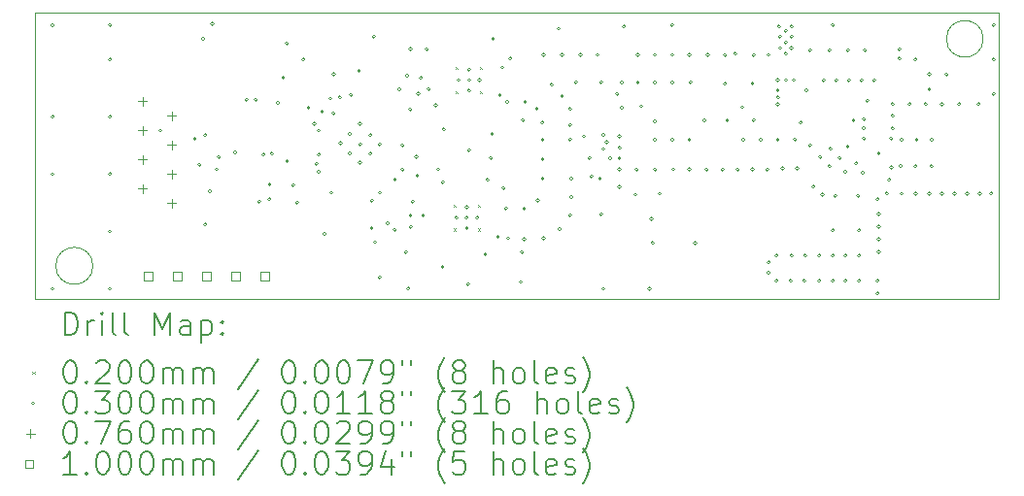
<source format=gbr>
%TF.GenerationSoftware,KiCad,Pcbnew,7.0.5-0*%
%TF.CreationDate,2024-02-03T13:41:08-08:00*%
%TF.ProjectId,transponder-11.9.1,7472616e-7370-46f6-9e64-65722d31312e,rev?*%
%TF.SameCoordinates,Original*%
%TF.FileFunction,Drillmap*%
%TF.FilePolarity,Positive*%
%FSLAX45Y45*%
G04 Gerber Fmt 4.5, Leading zero omitted, Abs format (unit mm)*
G04 Created by KiCad (PCBNEW 7.0.5-0) date 2024-02-03 13:41:08*
%MOMM*%
%LPD*%
G01*
G04 APERTURE LIST*
%ADD10C,0.100000*%
%ADD11C,0.200000*%
%ADD12C,0.020000*%
%ADD13C,0.030000*%
%ADD14C,0.076000*%
G04 APERTURE END LIST*
D10*
X10750000Y-8890000D02*
X19150000Y-8890000D01*
X19150000Y-11390000D01*
X10750000Y-11390000D01*
X10750000Y-8890000D01*
X19010312Y-9120000D02*
G75*
G03*
X19010312Y-9120000I-160312J0D01*
G01*
X11251245Y-11100000D02*
G75*
G03*
X11251245Y-11100000I-161245J0D01*
G01*
D11*
D12*
X14395000Y-10565000D02*
X14415000Y-10585000D01*
X14415000Y-10565000D02*
X14395000Y-10585000D01*
X14395000Y-10775000D02*
X14415000Y-10795000D01*
X14415000Y-10775000D02*
X14395000Y-10795000D01*
X14412500Y-9365000D02*
X14432500Y-9385000D01*
X14432500Y-9365000D02*
X14412500Y-9385000D01*
X14412500Y-9575000D02*
X14432500Y-9595000D01*
X14432500Y-9575000D02*
X14412500Y-9595000D01*
X14605000Y-10565000D02*
X14625000Y-10585000D01*
X14625000Y-10565000D02*
X14605000Y-10585000D01*
X14605000Y-10775000D02*
X14625000Y-10795000D01*
X14625000Y-10775000D02*
X14605000Y-10795000D01*
X14622500Y-9365000D02*
X14642500Y-9385000D01*
X14642500Y-9365000D02*
X14622500Y-9385000D01*
X14622500Y-9575000D02*
X14642500Y-9595000D01*
X14642500Y-9575000D02*
X14622500Y-9595000D01*
D13*
X10915000Y-9000000D02*
G75*
G03*
X10915000Y-9000000I-15000J0D01*
G01*
X10915000Y-9800000D02*
G75*
G03*
X10915000Y-9800000I-15000J0D01*
G01*
X10915000Y-10300000D02*
G75*
G03*
X10915000Y-10300000I-15000J0D01*
G01*
X10915000Y-11300000D02*
G75*
G03*
X10915000Y-11300000I-15000J0D01*
G01*
X11415000Y-9000000D02*
G75*
G03*
X11415000Y-9000000I-15000J0D01*
G01*
X11415000Y-9300000D02*
G75*
G03*
X11415000Y-9300000I-15000J0D01*
G01*
X11415000Y-9800000D02*
G75*
G03*
X11415000Y-9800000I-15000J0D01*
G01*
X11415000Y-10300000D02*
G75*
G03*
X11415000Y-10300000I-15000J0D01*
G01*
X11415000Y-10800000D02*
G75*
G03*
X11415000Y-10800000I-15000J0D01*
G01*
X11415000Y-11300000D02*
G75*
G03*
X11415000Y-11300000I-15000J0D01*
G01*
X11855000Y-9920000D02*
G75*
G03*
X11855000Y-9920000I-15000J0D01*
G01*
X12153500Y-9991500D02*
G75*
G03*
X12153500Y-9991500I-15000J0D01*
G01*
X12195000Y-10220000D02*
G75*
G03*
X12195000Y-10220000I-15000J0D01*
G01*
X12225000Y-9120000D02*
G75*
G03*
X12225000Y-9120000I-15000J0D01*
G01*
X12245000Y-9960000D02*
G75*
G03*
X12245000Y-9960000I-15000J0D01*
G01*
X12245000Y-10740000D02*
G75*
G03*
X12245000Y-10740000I-15000J0D01*
G01*
X12285000Y-10450000D02*
G75*
G03*
X12285000Y-10450000I-15000J0D01*
G01*
X12305000Y-8988750D02*
G75*
G03*
X12305000Y-8988750I-15000J0D01*
G01*
X12345000Y-10260000D02*
G75*
G03*
X12345000Y-10260000I-15000J0D01*
G01*
X12365000Y-10150000D02*
G75*
G03*
X12365000Y-10150000I-15000J0D01*
G01*
X12505000Y-10110000D02*
G75*
G03*
X12505000Y-10110000I-15000J0D01*
G01*
X12605000Y-9650000D02*
G75*
G03*
X12605000Y-9650000I-15000J0D01*
G01*
X12685000Y-9650000D02*
G75*
G03*
X12685000Y-9650000I-15000J0D01*
G01*
X12715000Y-10540000D02*
G75*
G03*
X12715000Y-10540000I-15000J0D01*
G01*
X12755000Y-10130000D02*
G75*
G03*
X12755000Y-10130000I-15000J0D01*
G01*
X12805000Y-10390000D02*
G75*
G03*
X12805000Y-10390000I-15000J0D01*
G01*
X12805000Y-10520000D02*
G75*
G03*
X12805000Y-10520000I-15000J0D01*
G01*
X12825000Y-10120000D02*
G75*
G03*
X12825000Y-10120000I-15000J0D01*
G01*
X12879281Y-9677450D02*
G75*
G03*
X12879281Y-9677450I-15000J0D01*
G01*
X12925000Y-9460000D02*
G75*
G03*
X12925000Y-9460000I-15000J0D01*
G01*
X12955000Y-9160000D02*
G75*
G03*
X12955000Y-9160000I-15000J0D01*
G01*
X12958761Y-10186154D02*
G75*
G03*
X12958761Y-10186154I-15000J0D01*
G01*
X13012914Y-10395022D02*
G75*
G03*
X13012914Y-10395022I-15000J0D01*
G01*
X13045000Y-10550000D02*
G75*
G03*
X13045000Y-10550000I-15000J0D01*
G01*
X13102500Y-9300000D02*
G75*
G03*
X13102500Y-9300000I-15000J0D01*
G01*
X13145000Y-9720000D02*
G75*
G03*
X13145000Y-9720000I-15000J0D01*
G01*
X13195000Y-9860000D02*
G75*
G03*
X13195000Y-9860000I-15000J0D01*
G01*
X13215000Y-10210000D02*
G75*
G03*
X13215000Y-10210000I-15000J0D01*
G01*
X13235000Y-9920000D02*
G75*
G03*
X13235000Y-9920000I-15000J0D01*
G01*
X13235000Y-10130000D02*
G75*
G03*
X13235000Y-10130000I-15000J0D01*
G01*
X13235943Y-10280068D02*
G75*
G03*
X13235943Y-10280068I-15000J0D01*
G01*
X13265358Y-9754983D02*
G75*
G03*
X13265358Y-9754983I-15000J0D01*
G01*
X13285000Y-10820000D02*
G75*
G03*
X13285000Y-10820000I-15000J0D01*
G01*
X13335000Y-9640000D02*
G75*
G03*
X13335000Y-9640000I-15000J0D01*
G01*
X13345000Y-10462572D02*
G75*
G03*
X13345000Y-10462572I-15000J0D01*
G01*
X13363517Y-9771483D02*
G75*
G03*
X13363517Y-9771483I-15000J0D01*
G01*
X13365000Y-9427650D02*
G75*
G03*
X13365000Y-9427650I-15000J0D01*
G01*
X13419950Y-9630000D02*
G75*
G03*
X13419950Y-9630000I-15000J0D01*
G01*
X13425000Y-10030000D02*
G75*
G03*
X13425000Y-10030000I-15000J0D01*
G01*
X13505000Y-9950000D02*
G75*
G03*
X13505000Y-9950000I-15000J0D01*
G01*
X13505000Y-10120000D02*
G75*
G03*
X13505000Y-10120000I-15000J0D01*
G01*
X13515000Y-9610000D02*
G75*
G03*
X13515000Y-9610000I-15000J0D01*
G01*
X13585000Y-9400000D02*
G75*
G03*
X13585000Y-9400000I-15000J0D01*
G01*
X13595000Y-9860000D02*
G75*
G03*
X13595000Y-9860000I-15000J0D01*
G01*
X13595000Y-10040000D02*
G75*
G03*
X13595000Y-10040000I-15000J0D01*
G01*
X13595000Y-10200000D02*
G75*
G03*
X13595000Y-10200000I-15000J0D01*
G01*
X13685000Y-9960000D02*
G75*
G03*
X13685000Y-9960000I-15000J0D01*
G01*
X13685000Y-10120000D02*
G75*
G03*
X13685000Y-10120000I-15000J0D01*
G01*
X13695000Y-10770000D02*
G75*
G03*
X13695000Y-10770000I-15000J0D01*
G01*
X13698144Y-10531923D02*
G75*
G03*
X13698144Y-10531923I-15000J0D01*
G01*
X13715000Y-9100000D02*
G75*
G03*
X13715000Y-9100000I-15000J0D01*
G01*
X13725000Y-10892550D02*
G75*
G03*
X13725000Y-10892550I-15000J0D01*
G01*
X13765000Y-10040000D02*
G75*
G03*
X13765000Y-10040000I-15000J0D01*
G01*
X13765000Y-11200000D02*
G75*
G03*
X13765000Y-11200000I-15000J0D01*
G01*
X13767550Y-10460000D02*
G75*
G03*
X13767550Y-10460000I-15000J0D01*
G01*
X13835643Y-10729691D02*
G75*
G03*
X13835643Y-10729691I-15000J0D01*
G01*
X13895000Y-10785768D02*
G75*
G03*
X13895000Y-10785768I-15000J0D01*
G01*
X13897498Y-10347748D02*
G75*
G03*
X13897498Y-10347748I-15000J0D01*
G01*
X13935000Y-9560000D02*
G75*
G03*
X13935000Y-9560000I-15000J0D01*
G01*
X13964149Y-10050000D02*
G75*
G03*
X13964149Y-10050000I-15000J0D01*
G01*
X13964149Y-10260000D02*
G75*
G03*
X13964149Y-10260000I-15000J0D01*
G01*
X13995000Y-10980000D02*
G75*
G03*
X13995000Y-10980000I-15000J0D01*
G01*
X14005000Y-9440000D02*
G75*
G03*
X14005000Y-9440000I-15000J0D01*
G01*
X14015000Y-11300000D02*
G75*
G03*
X14015000Y-11300000I-15000J0D01*
G01*
X14031699Y-9736699D02*
G75*
G03*
X14031699Y-9736699I-15000J0D01*
G01*
X14035000Y-9210000D02*
G75*
G03*
X14035000Y-9210000I-15000J0D01*
G01*
X14035000Y-10660000D02*
G75*
G03*
X14035000Y-10660000I-15000J0D01*
G01*
X14035000Y-10759950D02*
G75*
G03*
X14035000Y-10759950I-15000J0D01*
G01*
X14055000Y-10540000D02*
G75*
G03*
X14055000Y-10540000I-15000J0D01*
G01*
X14085000Y-10150000D02*
G75*
G03*
X14085000Y-10150000I-15000J0D01*
G01*
X14094181Y-10313793D02*
G75*
G03*
X14094181Y-10313793I-15000J0D01*
G01*
X14101344Y-9597550D02*
G75*
G03*
X14101344Y-9597550I-15000J0D01*
G01*
X14125000Y-9462450D02*
G75*
G03*
X14125000Y-9462450I-15000J0D01*
G01*
X14145000Y-10660000D02*
G75*
G03*
X14145000Y-10660000I-15000J0D01*
G01*
X14175000Y-9210000D02*
G75*
G03*
X14175000Y-9210000I-15000J0D01*
G01*
X14192600Y-9556870D02*
G75*
G03*
X14192600Y-9556870I-15000J0D01*
G01*
X14252550Y-9700000D02*
G75*
G03*
X14252550Y-9700000I-15000J0D01*
G01*
X14275000Y-10260000D02*
G75*
G03*
X14275000Y-10260000I-15000J0D01*
G01*
X14315000Y-10370000D02*
G75*
G03*
X14315000Y-10370000I-15000J0D01*
G01*
X14315000Y-11110000D02*
G75*
G03*
X14315000Y-11110000I-15000J0D01*
G01*
X14325000Y-9910000D02*
G75*
G03*
X14325000Y-9910000I-15000J0D01*
G01*
X14435000Y-10680000D02*
G75*
G03*
X14435000Y-10680000I-15000J0D01*
G01*
X14455000Y-9480000D02*
G75*
G03*
X14455000Y-9480000I-15000J0D01*
G01*
X14525000Y-10590000D02*
G75*
G03*
X14525000Y-10590000I-15000J0D01*
G01*
X14525000Y-10680000D02*
G75*
G03*
X14525000Y-10680000I-15000J0D01*
G01*
X14525000Y-10770000D02*
G75*
G03*
X14525000Y-10770000I-15000J0D01*
G01*
X14535000Y-11260000D02*
G75*
G03*
X14535000Y-11260000I-15000J0D01*
G01*
X14545000Y-9390000D02*
G75*
G03*
X14545000Y-9390000I-15000J0D01*
G01*
X14545000Y-9480000D02*
G75*
G03*
X14545000Y-9480000I-15000J0D01*
G01*
X14545000Y-9570000D02*
G75*
G03*
X14545000Y-9570000I-15000J0D01*
G01*
X14545000Y-10090000D02*
G75*
G03*
X14545000Y-10090000I-15000J0D01*
G01*
X14615000Y-10680000D02*
G75*
G03*
X14615000Y-10680000I-15000J0D01*
G01*
X14635000Y-9480000D02*
G75*
G03*
X14635000Y-9480000I-15000J0D01*
G01*
X14685000Y-11000000D02*
G75*
G03*
X14685000Y-11000000I-15000J0D01*
G01*
X14705000Y-10350000D02*
G75*
G03*
X14705000Y-10350000I-15000J0D01*
G01*
X14735000Y-10160000D02*
G75*
G03*
X14735000Y-10160000I-15000J0D01*
G01*
X14745000Y-9950000D02*
G75*
G03*
X14745000Y-9950000I-15000J0D01*
G01*
X14755000Y-9120000D02*
G75*
G03*
X14755000Y-9120000I-15000J0D01*
G01*
X14796100Y-10847927D02*
G75*
G03*
X14796100Y-10847927I-15000J0D01*
G01*
X14812650Y-9610000D02*
G75*
G03*
X14812650Y-9610000I-15000J0D01*
G01*
X14835000Y-9370000D02*
G75*
G03*
X14835000Y-9370000I-15000J0D01*
G01*
X14845000Y-10420000D02*
G75*
G03*
X14845000Y-10420000I-15000J0D01*
G01*
X14865000Y-10600000D02*
G75*
G03*
X14865000Y-10600000I-15000J0D01*
G01*
X14875000Y-9670000D02*
G75*
G03*
X14875000Y-9670000I-15000J0D01*
G01*
X14885000Y-10860000D02*
G75*
G03*
X14885000Y-10860000I-15000J0D01*
G01*
X14905000Y-9290000D02*
G75*
G03*
X14905000Y-9290000I-15000J0D01*
G01*
X14995000Y-11240000D02*
G75*
G03*
X14995000Y-11240000I-15000J0D01*
G01*
X15005000Y-10980000D02*
G75*
G03*
X15005000Y-10980000I-15000J0D01*
G01*
X15015000Y-9830000D02*
G75*
G03*
X15015000Y-9830000I-15000J0D01*
G01*
X15025000Y-10600000D02*
G75*
G03*
X15025000Y-10600000I-15000J0D01*
G01*
X15025000Y-10870000D02*
G75*
G03*
X15025000Y-10870000I-15000J0D01*
G01*
X15035000Y-9670000D02*
G75*
G03*
X15035000Y-9670000I-15000J0D01*
G01*
X15135000Y-9730000D02*
G75*
G03*
X15135000Y-9730000I-15000J0D01*
G01*
X15145000Y-10530000D02*
G75*
G03*
X15145000Y-10530000I-15000J0D01*
G01*
X15185000Y-9850000D02*
G75*
G03*
X15185000Y-9850000I-15000J0D01*
G01*
X15185000Y-10000000D02*
G75*
G03*
X15185000Y-10000000I-15000J0D01*
G01*
X15185000Y-10170000D02*
G75*
G03*
X15185000Y-10170000I-15000J0D01*
G01*
X15185000Y-10340000D02*
G75*
G03*
X15185000Y-10340000I-15000J0D01*
G01*
X15195000Y-9260000D02*
G75*
G03*
X15195000Y-9260000I-15000J0D01*
G01*
X15195000Y-10860000D02*
G75*
G03*
X15195000Y-10860000I-15000J0D01*
G01*
X15265000Y-9520000D02*
G75*
G03*
X15265000Y-9520000I-15000J0D01*
G01*
X15325000Y-9030000D02*
G75*
G03*
X15325000Y-9030000I-15000J0D01*
G01*
X15335000Y-10780000D02*
G75*
G03*
X15335000Y-10780000I-15000J0D01*
G01*
X15355000Y-9260000D02*
G75*
G03*
X15355000Y-9260000I-15000J0D01*
G01*
X15355000Y-9620000D02*
G75*
G03*
X15355000Y-9620000I-15000J0D01*
G01*
X15425000Y-9730000D02*
G75*
G03*
X15425000Y-9730000I-15000J0D01*
G01*
X15425000Y-9870000D02*
G75*
G03*
X15425000Y-9870000I-15000J0D01*
G01*
X15425000Y-10000000D02*
G75*
G03*
X15425000Y-10000000I-15000J0D01*
G01*
X15425000Y-10660000D02*
G75*
G03*
X15425000Y-10660000I-15000J0D01*
G01*
X15435000Y-10340000D02*
G75*
G03*
X15435000Y-10340000I-15000J0D01*
G01*
X15435000Y-10500000D02*
G75*
G03*
X15435000Y-10500000I-15000J0D01*
G01*
X15475000Y-9500000D02*
G75*
G03*
X15475000Y-9500000I-15000J0D01*
G01*
X15515000Y-9260000D02*
G75*
G03*
X15515000Y-9260000I-15000J0D01*
G01*
X15545000Y-9970000D02*
G75*
G03*
X15545000Y-9970000I-15000J0D01*
G01*
X15595000Y-10160000D02*
G75*
G03*
X15595000Y-10160000I-15000J0D01*
G01*
X15610000Y-10320000D02*
G75*
G03*
X15610000Y-10320000I-15000J0D01*
G01*
X15665000Y-9260000D02*
G75*
G03*
X15665000Y-9260000I-15000J0D01*
G01*
X15685000Y-10340000D02*
G75*
G03*
X15685000Y-10340000I-15000J0D01*
G01*
X15695000Y-9500000D02*
G75*
G03*
X15695000Y-9500000I-15000J0D01*
G01*
X15695000Y-10650000D02*
G75*
G03*
X15695000Y-10650000I-15000J0D01*
G01*
X15715000Y-9960000D02*
G75*
G03*
X15715000Y-9960000I-15000J0D01*
G01*
X15715000Y-10080000D02*
G75*
G03*
X15715000Y-10080000I-15000J0D01*
G01*
X15715000Y-11300000D02*
G75*
G03*
X15715000Y-11300000I-15000J0D01*
G01*
X15745000Y-10020000D02*
G75*
G03*
X15745000Y-10020000I-15000J0D01*
G01*
X15775000Y-10160000D02*
G75*
G03*
X15775000Y-10160000I-15000J0D01*
G01*
X15835000Y-9600000D02*
G75*
G03*
X15835000Y-9600000I-15000J0D01*
G01*
X15855000Y-9970000D02*
G75*
G03*
X15855000Y-9970000I-15000J0D01*
G01*
X15855000Y-10070000D02*
G75*
G03*
X15855000Y-10070000I-15000J0D01*
G01*
X15855000Y-10160000D02*
G75*
G03*
X15855000Y-10160000I-15000J0D01*
G01*
X15855000Y-10260000D02*
G75*
G03*
X15855000Y-10260000I-15000J0D01*
G01*
X15855000Y-10410000D02*
G75*
G03*
X15855000Y-10410000I-15000J0D01*
G01*
X15875000Y-9500000D02*
G75*
G03*
X15875000Y-9500000I-15000J0D01*
G01*
X15875000Y-9720000D02*
G75*
G03*
X15875000Y-9720000I-15000J0D01*
G01*
X15895000Y-9010000D02*
G75*
G03*
X15895000Y-9010000I-15000J0D01*
G01*
X15995000Y-10480000D02*
G75*
G03*
X15995000Y-10480000I-15000J0D01*
G01*
X16005000Y-10260000D02*
G75*
G03*
X16005000Y-10260000I-15000J0D01*
G01*
X16015000Y-9260000D02*
G75*
G03*
X16015000Y-9260000I-15000J0D01*
G01*
X16015000Y-9500000D02*
G75*
G03*
X16015000Y-9500000I-15000J0D01*
G01*
X16045000Y-9710000D02*
G75*
G03*
X16045000Y-9710000I-15000J0D01*
G01*
X16115000Y-11300000D02*
G75*
G03*
X16115000Y-11300000I-15000J0D01*
G01*
X16135000Y-10690000D02*
G75*
G03*
X16135000Y-10690000I-15000J0D01*
G01*
X16145000Y-10900000D02*
G75*
G03*
X16145000Y-10900000I-15000J0D01*
G01*
X16165000Y-9260000D02*
G75*
G03*
X16165000Y-9260000I-15000J0D01*
G01*
X16165000Y-9500000D02*
G75*
G03*
X16165000Y-9500000I-15000J0D01*
G01*
X16165000Y-9840000D02*
G75*
G03*
X16165000Y-9840000I-15000J0D01*
G01*
X16165000Y-10000000D02*
G75*
G03*
X16165000Y-10000000I-15000J0D01*
G01*
X16165000Y-10260000D02*
G75*
G03*
X16165000Y-10260000I-15000J0D01*
G01*
X16205000Y-10470000D02*
G75*
G03*
X16205000Y-10470000I-15000J0D01*
G01*
X16315000Y-9000000D02*
G75*
G03*
X16315000Y-9000000I-15000J0D01*
G01*
X16315000Y-9260000D02*
G75*
G03*
X16315000Y-9260000I-15000J0D01*
G01*
X16315000Y-9500000D02*
G75*
G03*
X16315000Y-9500000I-15000J0D01*
G01*
X16315000Y-10000000D02*
G75*
G03*
X16315000Y-10000000I-15000J0D01*
G01*
X16325000Y-10260000D02*
G75*
G03*
X16325000Y-10260000I-15000J0D01*
G01*
X16465000Y-9260000D02*
G75*
G03*
X16465000Y-9260000I-15000J0D01*
G01*
X16465000Y-10000000D02*
G75*
G03*
X16465000Y-10000000I-15000J0D01*
G01*
X16465000Y-10260000D02*
G75*
G03*
X16465000Y-10260000I-15000J0D01*
G01*
X16475000Y-9500000D02*
G75*
G03*
X16475000Y-9500000I-15000J0D01*
G01*
X16515000Y-10900000D02*
G75*
G03*
X16515000Y-10900000I-15000J0D01*
G01*
X16595000Y-9830000D02*
G75*
G03*
X16595000Y-9830000I-15000J0D01*
G01*
X16615000Y-10260000D02*
G75*
G03*
X16615000Y-10260000I-15000J0D01*
G01*
X16625000Y-9260000D02*
G75*
G03*
X16625000Y-9260000I-15000J0D01*
G01*
X16755000Y-10260000D02*
G75*
G03*
X16755000Y-10260000I-15000J0D01*
G01*
X16775000Y-9260000D02*
G75*
G03*
X16775000Y-9260000I-15000J0D01*
G01*
X16775000Y-9510000D02*
G75*
G03*
X16775000Y-9510000I-15000J0D01*
G01*
X16795000Y-9830000D02*
G75*
G03*
X16795000Y-9830000I-15000J0D01*
G01*
X16865000Y-9250000D02*
G75*
G03*
X16865000Y-9250000I-15000J0D01*
G01*
X16885000Y-10260000D02*
G75*
G03*
X16885000Y-10260000I-15000J0D01*
G01*
X16925000Y-9717500D02*
G75*
G03*
X16925000Y-9717500I-15000J0D01*
G01*
X16935000Y-10000000D02*
G75*
G03*
X16935000Y-10000000I-15000J0D01*
G01*
X17015000Y-9510000D02*
G75*
G03*
X17015000Y-9510000I-15000J0D01*
G01*
X17015000Y-10260000D02*
G75*
G03*
X17015000Y-10260000I-15000J0D01*
G01*
X17025000Y-9260000D02*
G75*
G03*
X17025000Y-9260000I-15000J0D01*
G01*
X17025000Y-9830000D02*
G75*
G03*
X17025000Y-9830000I-15000J0D01*
G01*
X17085000Y-10000000D02*
G75*
G03*
X17085000Y-10000000I-15000J0D01*
G01*
X17145000Y-10260000D02*
G75*
G03*
X17145000Y-10260000I-15000J0D01*
G01*
X17155000Y-9260000D02*
G75*
G03*
X17155000Y-9260000I-15000J0D01*
G01*
X17155000Y-11070000D02*
G75*
G03*
X17155000Y-11070000I-15000J0D01*
G01*
X17155000Y-11160000D02*
G75*
G03*
X17155000Y-11160000I-15000J0D01*
G01*
X17225000Y-11010000D02*
G75*
G03*
X17225000Y-11010000I-15000J0D01*
G01*
X17225000Y-11230000D02*
G75*
G03*
X17225000Y-11230000I-15000J0D01*
G01*
X17235000Y-9480000D02*
G75*
G03*
X17235000Y-9480000I-15000J0D01*
G01*
X17235000Y-9570000D02*
G75*
G03*
X17235000Y-9570000I-15000J0D01*
G01*
X17235000Y-9630000D02*
G75*
G03*
X17235000Y-9630000I-15000J0D01*
G01*
X17235000Y-9690000D02*
G75*
G03*
X17235000Y-9690000I-15000J0D01*
G01*
X17235000Y-10000000D02*
G75*
G03*
X17235000Y-10000000I-15000J0D01*
G01*
X17245000Y-9010000D02*
G75*
G03*
X17245000Y-9010000I-15000J0D01*
G01*
X17255000Y-9100000D02*
G75*
G03*
X17255000Y-9100000I-15000J0D01*
G01*
X17255000Y-9200000D02*
G75*
G03*
X17255000Y-9200000I-15000J0D01*
G01*
X17275000Y-10250000D02*
G75*
G03*
X17275000Y-10250000I-15000J0D01*
G01*
X17305000Y-9050000D02*
G75*
G03*
X17305000Y-9050000I-15000J0D01*
G01*
X17305000Y-9150000D02*
G75*
G03*
X17305000Y-9150000I-15000J0D01*
G01*
X17305000Y-9250000D02*
G75*
G03*
X17305000Y-9250000I-15000J0D01*
G01*
X17305000Y-9480000D02*
G75*
G03*
X17305000Y-9480000I-15000J0D01*
G01*
X17345000Y-11230000D02*
G75*
G03*
X17345000Y-11230000I-15000J0D01*
G01*
X17355000Y-9010000D02*
G75*
G03*
X17355000Y-9010000I-15000J0D01*
G01*
X17355000Y-9100000D02*
G75*
G03*
X17355000Y-9100000I-15000J0D01*
G01*
X17355000Y-9200000D02*
G75*
G03*
X17355000Y-9200000I-15000J0D01*
G01*
X17355000Y-11010000D02*
G75*
G03*
X17355000Y-11010000I-15000J0D01*
G01*
X17375000Y-9480000D02*
G75*
G03*
X17375000Y-9480000I-15000J0D01*
G01*
X17385000Y-10000000D02*
G75*
G03*
X17385000Y-10000000I-15000J0D01*
G01*
X17405000Y-10250000D02*
G75*
G03*
X17405000Y-10250000I-15000J0D01*
G01*
X17435000Y-9850000D02*
G75*
G03*
X17435000Y-9850000I-15000J0D01*
G01*
X17465000Y-11230000D02*
G75*
G03*
X17465000Y-11230000I-15000J0D01*
G01*
X17475000Y-11010000D02*
G75*
G03*
X17475000Y-11010000I-15000J0D01*
G01*
X17485000Y-9570000D02*
G75*
G03*
X17485000Y-9570000I-15000J0D01*
G01*
X17515000Y-9220000D02*
G75*
G03*
X17515000Y-9220000I-15000J0D01*
G01*
X17515000Y-10050000D02*
G75*
G03*
X17515000Y-10050000I-15000J0D01*
G01*
X17545000Y-10410000D02*
G75*
G03*
X17545000Y-10410000I-15000J0D01*
G01*
X17595000Y-11010000D02*
G75*
G03*
X17595000Y-11010000I-15000J0D01*
G01*
X17595000Y-11230000D02*
G75*
G03*
X17595000Y-11230000I-15000J0D01*
G01*
X17605000Y-10150000D02*
G75*
G03*
X17605000Y-10150000I-15000J0D01*
G01*
X17625000Y-10480000D02*
G75*
G03*
X17625000Y-10480000I-15000J0D01*
G01*
X17635000Y-9480000D02*
G75*
G03*
X17635000Y-9480000I-15000J0D01*
G01*
X17685000Y-9220000D02*
G75*
G03*
X17685000Y-9220000I-15000J0D01*
G01*
X17685000Y-10230000D02*
G75*
G03*
X17685000Y-10230000I-15000J0D01*
G01*
X17695000Y-10080000D02*
G75*
G03*
X17695000Y-10080000I-15000J0D01*
G01*
X17715000Y-9000000D02*
G75*
G03*
X17715000Y-9000000I-15000J0D01*
G01*
X17715000Y-10790000D02*
G75*
G03*
X17715000Y-10790000I-15000J0D01*
G01*
X17715000Y-11010000D02*
G75*
G03*
X17715000Y-11010000I-15000J0D01*
G01*
X17715000Y-11230000D02*
G75*
G03*
X17715000Y-11230000I-15000J0D01*
G01*
X17735000Y-10490000D02*
G75*
G03*
X17735000Y-10490000I-15000J0D01*
G01*
X17745000Y-9480000D02*
G75*
G03*
X17745000Y-9480000I-15000J0D01*
G01*
X17775000Y-10160000D02*
G75*
G03*
X17775000Y-10160000I-15000J0D01*
G01*
X17825000Y-10280000D02*
G75*
G03*
X17825000Y-10280000I-15000J0D01*
G01*
X17825000Y-11010000D02*
G75*
G03*
X17825000Y-11010000I-15000J0D01*
G01*
X17825000Y-11230000D02*
G75*
G03*
X17825000Y-11230000I-15000J0D01*
G01*
X17845000Y-9220000D02*
G75*
G03*
X17845000Y-9220000I-15000J0D01*
G01*
X17845000Y-10060000D02*
G75*
G03*
X17845000Y-10060000I-15000J0D01*
G01*
X17855000Y-9480000D02*
G75*
G03*
X17855000Y-9480000I-15000J0D01*
G01*
X17895000Y-9830000D02*
G75*
G03*
X17895000Y-9830000I-15000J0D01*
G01*
X17919622Y-10206302D02*
G75*
G03*
X17919622Y-10206302I-15000J0D01*
G01*
X17935000Y-10490000D02*
G75*
G03*
X17935000Y-10490000I-15000J0D01*
G01*
X17945000Y-10790000D02*
G75*
G03*
X17945000Y-10790000I-15000J0D01*
G01*
X17945000Y-11010000D02*
G75*
G03*
X17945000Y-11010000I-15000J0D01*
G01*
X17945000Y-11230000D02*
G75*
G03*
X17945000Y-11230000I-15000J0D01*
G01*
X17965000Y-9480000D02*
G75*
G03*
X17965000Y-9480000I-15000J0D01*
G01*
X17975000Y-10290000D02*
G75*
G03*
X17975000Y-10290000I-15000J0D01*
G01*
X17985000Y-9820000D02*
G75*
G03*
X17985000Y-9820000I-15000J0D01*
G01*
X17985000Y-9900000D02*
G75*
G03*
X17985000Y-9900000I-15000J0D01*
G01*
X17985000Y-9990000D02*
G75*
G03*
X17985000Y-9990000I-15000J0D01*
G01*
X17995000Y-9220000D02*
G75*
G03*
X17995000Y-9220000I-15000J0D01*
G01*
X18015000Y-9660000D02*
G75*
G03*
X18015000Y-9660000I-15000J0D01*
G01*
X18075000Y-9480000D02*
G75*
G03*
X18075000Y-9480000I-15000J0D01*
G01*
X18105000Y-10520000D02*
G75*
G03*
X18105000Y-10520000I-15000J0D01*
G01*
X18105000Y-11230000D02*
G75*
G03*
X18105000Y-11230000I-15000J0D01*
G01*
X18105000Y-11340000D02*
G75*
G03*
X18105000Y-11340000I-15000J0D01*
G01*
X18115000Y-10120000D02*
G75*
G03*
X18115000Y-10120000I-15000J0D01*
G01*
X18115000Y-10650000D02*
G75*
G03*
X18115000Y-10650000I-15000J0D01*
G01*
X18115000Y-10760000D02*
G75*
G03*
X18115000Y-10760000I-15000J0D01*
G01*
X18115000Y-10870000D02*
G75*
G03*
X18115000Y-10870000I-15000J0D01*
G01*
X18115000Y-10980000D02*
G75*
G03*
X18115000Y-10980000I-15000J0D01*
G01*
X18185000Y-10470000D02*
G75*
G03*
X18185000Y-10470000I-15000J0D01*
G01*
X18205000Y-10350000D02*
G75*
G03*
X18205000Y-10350000I-15000J0D01*
G01*
X18225000Y-9990000D02*
G75*
G03*
X18225000Y-9990000I-15000J0D01*
G01*
X18225000Y-10240000D02*
G75*
G03*
X18225000Y-10240000I-15000J0D01*
G01*
X18235000Y-9690000D02*
G75*
G03*
X18235000Y-9690000I-15000J0D01*
G01*
X18235000Y-9790000D02*
G75*
G03*
X18235000Y-9790000I-15000J0D01*
G01*
X18235000Y-9900000D02*
G75*
G03*
X18235000Y-9900000I-15000J0D01*
G01*
X18295000Y-9210000D02*
G75*
G03*
X18295000Y-9210000I-15000J0D01*
G01*
X18295000Y-9290000D02*
G75*
G03*
X18295000Y-9290000I-15000J0D01*
G01*
X18305000Y-10230000D02*
G75*
G03*
X18305000Y-10230000I-15000J0D01*
G01*
X18315000Y-10000000D02*
G75*
G03*
X18315000Y-10000000I-15000J0D01*
G01*
X18315000Y-10470000D02*
G75*
G03*
X18315000Y-10470000I-15000J0D01*
G01*
X18385000Y-9690000D02*
G75*
G03*
X18385000Y-9690000I-15000J0D01*
G01*
X18435000Y-9300000D02*
G75*
G03*
X18435000Y-9300000I-15000J0D01*
G01*
X18435000Y-10230000D02*
G75*
G03*
X18435000Y-10230000I-15000J0D01*
G01*
X18435000Y-10470000D02*
G75*
G03*
X18435000Y-10470000I-15000J0D01*
G01*
X18445000Y-10000000D02*
G75*
G03*
X18445000Y-10000000I-15000J0D01*
G01*
X18525000Y-9690000D02*
G75*
G03*
X18525000Y-9690000I-15000J0D01*
G01*
X18555000Y-9430000D02*
G75*
G03*
X18555000Y-9430000I-15000J0D01*
G01*
X18555000Y-9560000D02*
G75*
G03*
X18555000Y-9560000I-15000J0D01*
G01*
X18555000Y-10470000D02*
G75*
G03*
X18555000Y-10470000I-15000J0D01*
G01*
X18575000Y-10000000D02*
G75*
G03*
X18575000Y-10000000I-15000J0D01*
G01*
X18575000Y-10230000D02*
G75*
G03*
X18575000Y-10230000I-15000J0D01*
G01*
X18665000Y-9690000D02*
G75*
G03*
X18665000Y-9690000I-15000J0D01*
G01*
X18665000Y-10470000D02*
G75*
G03*
X18665000Y-10470000I-15000J0D01*
G01*
X18705000Y-9430000D02*
G75*
G03*
X18705000Y-9430000I-15000J0D01*
G01*
X18775000Y-10470000D02*
G75*
G03*
X18775000Y-10470000I-15000J0D01*
G01*
X18815000Y-9690000D02*
G75*
G03*
X18815000Y-9690000I-15000J0D01*
G01*
X18885000Y-10470000D02*
G75*
G03*
X18885000Y-10470000I-15000J0D01*
G01*
X18985000Y-9690000D02*
G75*
G03*
X18985000Y-9690000I-15000J0D01*
G01*
X18995000Y-10470000D02*
G75*
G03*
X18995000Y-10470000I-15000J0D01*
G01*
X19095000Y-10470000D02*
G75*
G03*
X19095000Y-10470000I-15000J0D01*
G01*
X19115000Y-9000000D02*
G75*
G03*
X19115000Y-9000000I-15000J0D01*
G01*
X19115000Y-9300000D02*
G75*
G03*
X19115000Y-9300000I-15000J0D01*
G01*
X19115000Y-9600000D02*
G75*
G03*
X19115000Y-9600000I-15000J0D01*
G01*
D14*
X11685000Y-9627000D02*
X11685000Y-9703000D01*
X11647000Y-9665000D02*
X11723000Y-9665000D01*
X11685000Y-9881000D02*
X11685000Y-9957000D01*
X11647000Y-9919000D02*
X11723000Y-9919000D01*
X11685000Y-10135000D02*
X11685000Y-10211000D01*
X11647000Y-10173000D02*
X11723000Y-10173000D01*
X11685000Y-10389000D02*
X11685000Y-10465000D01*
X11647000Y-10427000D02*
X11723000Y-10427000D01*
X11939000Y-9754000D02*
X11939000Y-9830000D01*
X11901000Y-9792000D02*
X11977000Y-9792000D01*
X11939000Y-10008000D02*
X11939000Y-10084000D01*
X11901000Y-10046000D02*
X11977000Y-10046000D01*
X11939000Y-10262000D02*
X11939000Y-10338000D01*
X11901000Y-10300000D02*
X11977000Y-10300000D01*
X11939000Y-10516000D02*
X11939000Y-10592000D01*
X11901000Y-10554000D02*
X11977000Y-10554000D01*
D10*
X11767856Y-11225356D02*
X11767856Y-11154644D01*
X11697144Y-11154644D01*
X11697144Y-11225356D01*
X11767856Y-11225356D01*
X12021856Y-11225356D02*
X12021856Y-11154644D01*
X11951144Y-11154644D01*
X11951144Y-11225356D01*
X12021856Y-11225356D01*
X12275856Y-11225356D02*
X12275856Y-11154644D01*
X12205144Y-11154644D01*
X12205144Y-11225356D01*
X12275856Y-11225356D01*
X12529856Y-11225356D02*
X12529856Y-11154644D01*
X12459144Y-11154644D01*
X12459144Y-11225356D01*
X12529856Y-11225356D01*
X12783856Y-11225356D02*
X12783856Y-11154644D01*
X12713144Y-11154644D01*
X12713144Y-11225356D01*
X12783856Y-11225356D01*
D11*
X11005777Y-11706484D02*
X11005777Y-11506484D01*
X11005777Y-11506484D02*
X11053396Y-11506484D01*
X11053396Y-11506484D02*
X11081967Y-11516008D01*
X11081967Y-11516008D02*
X11101015Y-11535055D01*
X11101015Y-11535055D02*
X11110539Y-11554103D01*
X11110539Y-11554103D02*
X11120063Y-11592198D01*
X11120063Y-11592198D02*
X11120063Y-11620769D01*
X11120063Y-11620769D02*
X11110539Y-11658865D01*
X11110539Y-11658865D02*
X11101015Y-11677912D01*
X11101015Y-11677912D02*
X11081967Y-11696960D01*
X11081967Y-11696960D02*
X11053396Y-11706484D01*
X11053396Y-11706484D02*
X11005777Y-11706484D01*
X11205777Y-11706484D02*
X11205777Y-11573150D01*
X11205777Y-11611246D02*
X11215301Y-11592198D01*
X11215301Y-11592198D02*
X11224824Y-11582674D01*
X11224824Y-11582674D02*
X11243872Y-11573150D01*
X11243872Y-11573150D02*
X11262920Y-11573150D01*
X11329586Y-11706484D02*
X11329586Y-11573150D01*
X11329586Y-11506484D02*
X11320062Y-11516008D01*
X11320062Y-11516008D02*
X11329586Y-11525531D01*
X11329586Y-11525531D02*
X11339110Y-11516008D01*
X11339110Y-11516008D02*
X11329586Y-11506484D01*
X11329586Y-11506484D02*
X11329586Y-11525531D01*
X11453396Y-11706484D02*
X11434348Y-11696960D01*
X11434348Y-11696960D02*
X11424824Y-11677912D01*
X11424824Y-11677912D02*
X11424824Y-11506484D01*
X11558158Y-11706484D02*
X11539110Y-11696960D01*
X11539110Y-11696960D02*
X11529586Y-11677912D01*
X11529586Y-11677912D02*
X11529586Y-11506484D01*
X11786729Y-11706484D02*
X11786729Y-11506484D01*
X11786729Y-11506484D02*
X11853396Y-11649341D01*
X11853396Y-11649341D02*
X11920062Y-11506484D01*
X11920062Y-11506484D02*
X11920062Y-11706484D01*
X12101015Y-11706484D02*
X12101015Y-11601722D01*
X12101015Y-11601722D02*
X12091491Y-11582674D01*
X12091491Y-11582674D02*
X12072443Y-11573150D01*
X12072443Y-11573150D02*
X12034348Y-11573150D01*
X12034348Y-11573150D02*
X12015301Y-11582674D01*
X12101015Y-11696960D02*
X12081967Y-11706484D01*
X12081967Y-11706484D02*
X12034348Y-11706484D01*
X12034348Y-11706484D02*
X12015301Y-11696960D01*
X12015301Y-11696960D02*
X12005777Y-11677912D01*
X12005777Y-11677912D02*
X12005777Y-11658865D01*
X12005777Y-11658865D02*
X12015301Y-11639817D01*
X12015301Y-11639817D02*
X12034348Y-11630293D01*
X12034348Y-11630293D02*
X12081967Y-11630293D01*
X12081967Y-11630293D02*
X12101015Y-11620769D01*
X12196253Y-11573150D02*
X12196253Y-11773150D01*
X12196253Y-11582674D02*
X12215301Y-11573150D01*
X12215301Y-11573150D02*
X12253396Y-11573150D01*
X12253396Y-11573150D02*
X12272443Y-11582674D01*
X12272443Y-11582674D02*
X12281967Y-11592198D01*
X12281967Y-11592198D02*
X12291491Y-11611246D01*
X12291491Y-11611246D02*
X12291491Y-11668388D01*
X12291491Y-11668388D02*
X12281967Y-11687436D01*
X12281967Y-11687436D02*
X12272443Y-11696960D01*
X12272443Y-11696960D02*
X12253396Y-11706484D01*
X12253396Y-11706484D02*
X12215301Y-11706484D01*
X12215301Y-11706484D02*
X12196253Y-11696960D01*
X12377205Y-11687436D02*
X12386729Y-11696960D01*
X12386729Y-11696960D02*
X12377205Y-11706484D01*
X12377205Y-11706484D02*
X12367682Y-11696960D01*
X12367682Y-11696960D02*
X12377205Y-11687436D01*
X12377205Y-11687436D02*
X12377205Y-11706484D01*
X12377205Y-11582674D02*
X12386729Y-11592198D01*
X12386729Y-11592198D02*
X12377205Y-11601722D01*
X12377205Y-11601722D02*
X12367682Y-11592198D01*
X12367682Y-11592198D02*
X12377205Y-11582674D01*
X12377205Y-11582674D02*
X12377205Y-11601722D01*
D12*
X10725000Y-12025000D02*
X10745000Y-12045000D01*
X10745000Y-12025000D02*
X10725000Y-12045000D01*
D11*
X11043872Y-11926484D02*
X11062920Y-11926484D01*
X11062920Y-11926484D02*
X11081967Y-11936008D01*
X11081967Y-11936008D02*
X11091491Y-11945531D01*
X11091491Y-11945531D02*
X11101015Y-11964579D01*
X11101015Y-11964579D02*
X11110539Y-12002674D01*
X11110539Y-12002674D02*
X11110539Y-12050293D01*
X11110539Y-12050293D02*
X11101015Y-12088388D01*
X11101015Y-12088388D02*
X11091491Y-12107436D01*
X11091491Y-12107436D02*
X11081967Y-12116960D01*
X11081967Y-12116960D02*
X11062920Y-12126484D01*
X11062920Y-12126484D02*
X11043872Y-12126484D01*
X11043872Y-12126484D02*
X11024824Y-12116960D01*
X11024824Y-12116960D02*
X11015301Y-12107436D01*
X11015301Y-12107436D02*
X11005777Y-12088388D01*
X11005777Y-12088388D02*
X10996253Y-12050293D01*
X10996253Y-12050293D02*
X10996253Y-12002674D01*
X10996253Y-12002674D02*
X11005777Y-11964579D01*
X11005777Y-11964579D02*
X11015301Y-11945531D01*
X11015301Y-11945531D02*
X11024824Y-11936008D01*
X11024824Y-11936008D02*
X11043872Y-11926484D01*
X11196253Y-12107436D02*
X11205777Y-12116960D01*
X11205777Y-12116960D02*
X11196253Y-12126484D01*
X11196253Y-12126484D02*
X11186729Y-12116960D01*
X11186729Y-12116960D02*
X11196253Y-12107436D01*
X11196253Y-12107436D02*
X11196253Y-12126484D01*
X11281967Y-11945531D02*
X11291491Y-11936008D01*
X11291491Y-11936008D02*
X11310539Y-11926484D01*
X11310539Y-11926484D02*
X11358158Y-11926484D01*
X11358158Y-11926484D02*
X11377205Y-11936008D01*
X11377205Y-11936008D02*
X11386729Y-11945531D01*
X11386729Y-11945531D02*
X11396253Y-11964579D01*
X11396253Y-11964579D02*
X11396253Y-11983627D01*
X11396253Y-11983627D02*
X11386729Y-12012198D01*
X11386729Y-12012198D02*
X11272443Y-12126484D01*
X11272443Y-12126484D02*
X11396253Y-12126484D01*
X11520062Y-11926484D02*
X11539110Y-11926484D01*
X11539110Y-11926484D02*
X11558158Y-11936008D01*
X11558158Y-11936008D02*
X11567682Y-11945531D01*
X11567682Y-11945531D02*
X11577205Y-11964579D01*
X11577205Y-11964579D02*
X11586729Y-12002674D01*
X11586729Y-12002674D02*
X11586729Y-12050293D01*
X11586729Y-12050293D02*
X11577205Y-12088388D01*
X11577205Y-12088388D02*
X11567682Y-12107436D01*
X11567682Y-12107436D02*
X11558158Y-12116960D01*
X11558158Y-12116960D02*
X11539110Y-12126484D01*
X11539110Y-12126484D02*
X11520062Y-12126484D01*
X11520062Y-12126484D02*
X11501015Y-12116960D01*
X11501015Y-12116960D02*
X11491491Y-12107436D01*
X11491491Y-12107436D02*
X11481967Y-12088388D01*
X11481967Y-12088388D02*
X11472443Y-12050293D01*
X11472443Y-12050293D02*
X11472443Y-12002674D01*
X11472443Y-12002674D02*
X11481967Y-11964579D01*
X11481967Y-11964579D02*
X11491491Y-11945531D01*
X11491491Y-11945531D02*
X11501015Y-11936008D01*
X11501015Y-11936008D02*
X11520062Y-11926484D01*
X11710539Y-11926484D02*
X11729586Y-11926484D01*
X11729586Y-11926484D02*
X11748634Y-11936008D01*
X11748634Y-11936008D02*
X11758158Y-11945531D01*
X11758158Y-11945531D02*
X11767682Y-11964579D01*
X11767682Y-11964579D02*
X11777205Y-12002674D01*
X11777205Y-12002674D02*
X11777205Y-12050293D01*
X11777205Y-12050293D02*
X11767682Y-12088388D01*
X11767682Y-12088388D02*
X11758158Y-12107436D01*
X11758158Y-12107436D02*
X11748634Y-12116960D01*
X11748634Y-12116960D02*
X11729586Y-12126484D01*
X11729586Y-12126484D02*
X11710539Y-12126484D01*
X11710539Y-12126484D02*
X11691491Y-12116960D01*
X11691491Y-12116960D02*
X11681967Y-12107436D01*
X11681967Y-12107436D02*
X11672443Y-12088388D01*
X11672443Y-12088388D02*
X11662920Y-12050293D01*
X11662920Y-12050293D02*
X11662920Y-12002674D01*
X11662920Y-12002674D02*
X11672443Y-11964579D01*
X11672443Y-11964579D02*
X11681967Y-11945531D01*
X11681967Y-11945531D02*
X11691491Y-11936008D01*
X11691491Y-11936008D02*
X11710539Y-11926484D01*
X11862920Y-12126484D02*
X11862920Y-11993150D01*
X11862920Y-12012198D02*
X11872443Y-12002674D01*
X11872443Y-12002674D02*
X11891491Y-11993150D01*
X11891491Y-11993150D02*
X11920063Y-11993150D01*
X11920063Y-11993150D02*
X11939110Y-12002674D01*
X11939110Y-12002674D02*
X11948634Y-12021722D01*
X11948634Y-12021722D02*
X11948634Y-12126484D01*
X11948634Y-12021722D02*
X11958158Y-12002674D01*
X11958158Y-12002674D02*
X11977205Y-11993150D01*
X11977205Y-11993150D02*
X12005777Y-11993150D01*
X12005777Y-11993150D02*
X12024824Y-12002674D01*
X12024824Y-12002674D02*
X12034348Y-12021722D01*
X12034348Y-12021722D02*
X12034348Y-12126484D01*
X12129586Y-12126484D02*
X12129586Y-11993150D01*
X12129586Y-12012198D02*
X12139110Y-12002674D01*
X12139110Y-12002674D02*
X12158158Y-11993150D01*
X12158158Y-11993150D02*
X12186729Y-11993150D01*
X12186729Y-11993150D02*
X12205777Y-12002674D01*
X12205777Y-12002674D02*
X12215301Y-12021722D01*
X12215301Y-12021722D02*
X12215301Y-12126484D01*
X12215301Y-12021722D02*
X12224824Y-12002674D01*
X12224824Y-12002674D02*
X12243872Y-11993150D01*
X12243872Y-11993150D02*
X12272443Y-11993150D01*
X12272443Y-11993150D02*
X12291491Y-12002674D01*
X12291491Y-12002674D02*
X12301015Y-12021722D01*
X12301015Y-12021722D02*
X12301015Y-12126484D01*
X12691491Y-11916960D02*
X12520063Y-12174103D01*
X12948634Y-11926484D02*
X12967682Y-11926484D01*
X12967682Y-11926484D02*
X12986729Y-11936008D01*
X12986729Y-11936008D02*
X12996253Y-11945531D01*
X12996253Y-11945531D02*
X13005777Y-11964579D01*
X13005777Y-11964579D02*
X13015301Y-12002674D01*
X13015301Y-12002674D02*
X13015301Y-12050293D01*
X13015301Y-12050293D02*
X13005777Y-12088388D01*
X13005777Y-12088388D02*
X12996253Y-12107436D01*
X12996253Y-12107436D02*
X12986729Y-12116960D01*
X12986729Y-12116960D02*
X12967682Y-12126484D01*
X12967682Y-12126484D02*
X12948634Y-12126484D01*
X12948634Y-12126484D02*
X12929586Y-12116960D01*
X12929586Y-12116960D02*
X12920063Y-12107436D01*
X12920063Y-12107436D02*
X12910539Y-12088388D01*
X12910539Y-12088388D02*
X12901015Y-12050293D01*
X12901015Y-12050293D02*
X12901015Y-12002674D01*
X12901015Y-12002674D02*
X12910539Y-11964579D01*
X12910539Y-11964579D02*
X12920063Y-11945531D01*
X12920063Y-11945531D02*
X12929586Y-11936008D01*
X12929586Y-11936008D02*
X12948634Y-11926484D01*
X13101015Y-12107436D02*
X13110539Y-12116960D01*
X13110539Y-12116960D02*
X13101015Y-12126484D01*
X13101015Y-12126484D02*
X13091491Y-12116960D01*
X13091491Y-12116960D02*
X13101015Y-12107436D01*
X13101015Y-12107436D02*
X13101015Y-12126484D01*
X13234348Y-11926484D02*
X13253396Y-11926484D01*
X13253396Y-11926484D02*
X13272444Y-11936008D01*
X13272444Y-11936008D02*
X13281967Y-11945531D01*
X13281967Y-11945531D02*
X13291491Y-11964579D01*
X13291491Y-11964579D02*
X13301015Y-12002674D01*
X13301015Y-12002674D02*
X13301015Y-12050293D01*
X13301015Y-12050293D02*
X13291491Y-12088388D01*
X13291491Y-12088388D02*
X13281967Y-12107436D01*
X13281967Y-12107436D02*
X13272444Y-12116960D01*
X13272444Y-12116960D02*
X13253396Y-12126484D01*
X13253396Y-12126484D02*
X13234348Y-12126484D01*
X13234348Y-12126484D02*
X13215301Y-12116960D01*
X13215301Y-12116960D02*
X13205777Y-12107436D01*
X13205777Y-12107436D02*
X13196253Y-12088388D01*
X13196253Y-12088388D02*
X13186729Y-12050293D01*
X13186729Y-12050293D02*
X13186729Y-12002674D01*
X13186729Y-12002674D02*
X13196253Y-11964579D01*
X13196253Y-11964579D02*
X13205777Y-11945531D01*
X13205777Y-11945531D02*
X13215301Y-11936008D01*
X13215301Y-11936008D02*
X13234348Y-11926484D01*
X13424825Y-11926484D02*
X13443872Y-11926484D01*
X13443872Y-11926484D02*
X13462920Y-11936008D01*
X13462920Y-11936008D02*
X13472444Y-11945531D01*
X13472444Y-11945531D02*
X13481967Y-11964579D01*
X13481967Y-11964579D02*
X13491491Y-12002674D01*
X13491491Y-12002674D02*
X13491491Y-12050293D01*
X13491491Y-12050293D02*
X13481967Y-12088388D01*
X13481967Y-12088388D02*
X13472444Y-12107436D01*
X13472444Y-12107436D02*
X13462920Y-12116960D01*
X13462920Y-12116960D02*
X13443872Y-12126484D01*
X13443872Y-12126484D02*
X13424825Y-12126484D01*
X13424825Y-12126484D02*
X13405777Y-12116960D01*
X13405777Y-12116960D02*
X13396253Y-12107436D01*
X13396253Y-12107436D02*
X13386729Y-12088388D01*
X13386729Y-12088388D02*
X13377206Y-12050293D01*
X13377206Y-12050293D02*
X13377206Y-12002674D01*
X13377206Y-12002674D02*
X13386729Y-11964579D01*
X13386729Y-11964579D02*
X13396253Y-11945531D01*
X13396253Y-11945531D02*
X13405777Y-11936008D01*
X13405777Y-11936008D02*
X13424825Y-11926484D01*
X13558158Y-11926484D02*
X13691491Y-11926484D01*
X13691491Y-11926484D02*
X13605777Y-12126484D01*
X13777206Y-12126484D02*
X13815301Y-12126484D01*
X13815301Y-12126484D02*
X13834348Y-12116960D01*
X13834348Y-12116960D02*
X13843872Y-12107436D01*
X13843872Y-12107436D02*
X13862920Y-12078865D01*
X13862920Y-12078865D02*
X13872444Y-12040769D01*
X13872444Y-12040769D02*
X13872444Y-11964579D01*
X13872444Y-11964579D02*
X13862920Y-11945531D01*
X13862920Y-11945531D02*
X13853396Y-11936008D01*
X13853396Y-11936008D02*
X13834348Y-11926484D01*
X13834348Y-11926484D02*
X13796253Y-11926484D01*
X13796253Y-11926484D02*
X13777206Y-11936008D01*
X13777206Y-11936008D02*
X13767682Y-11945531D01*
X13767682Y-11945531D02*
X13758158Y-11964579D01*
X13758158Y-11964579D02*
X13758158Y-12012198D01*
X13758158Y-12012198D02*
X13767682Y-12031246D01*
X13767682Y-12031246D02*
X13777206Y-12040769D01*
X13777206Y-12040769D02*
X13796253Y-12050293D01*
X13796253Y-12050293D02*
X13834348Y-12050293D01*
X13834348Y-12050293D02*
X13853396Y-12040769D01*
X13853396Y-12040769D02*
X13862920Y-12031246D01*
X13862920Y-12031246D02*
X13872444Y-12012198D01*
X13948634Y-11926484D02*
X13948634Y-11964579D01*
X14024825Y-11926484D02*
X14024825Y-11964579D01*
X14320063Y-12202674D02*
X14310539Y-12193150D01*
X14310539Y-12193150D02*
X14291491Y-12164579D01*
X14291491Y-12164579D02*
X14281968Y-12145531D01*
X14281968Y-12145531D02*
X14272444Y-12116960D01*
X14272444Y-12116960D02*
X14262920Y-12069341D01*
X14262920Y-12069341D02*
X14262920Y-12031246D01*
X14262920Y-12031246D02*
X14272444Y-11983627D01*
X14272444Y-11983627D02*
X14281968Y-11955055D01*
X14281968Y-11955055D02*
X14291491Y-11936008D01*
X14291491Y-11936008D02*
X14310539Y-11907436D01*
X14310539Y-11907436D02*
X14320063Y-11897912D01*
X14424825Y-12012198D02*
X14405777Y-12002674D01*
X14405777Y-12002674D02*
X14396253Y-11993150D01*
X14396253Y-11993150D02*
X14386729Y-11974103D01*
X14386729Y-11974103D02*
X14386729Y-11964579D01*
X14386729Y-11964579D02*
X14396253Y-11945531D01*
X14396253Y-11945531D02*
X14405777Y-11936008D01*
X14405777Y-11936008D02*
X14424825Y-11926484D01*
X14424825Y-11926484D02*
X14462920Y-11926484D01*
X14462920Y-11926484D02*
X14481968Y-11936008D01*
X14481968Y-11936008D02*
X14491491Y-11945531D01*
X14491491Y-11945531D02*
X14501015Y-11964579D01*
X14501015Y-11964579D02*
X14501015Y-11974103D01*
X14501015Y-11974103D02*
X14491491Y-11993150D01*
X14491491Y-11993150D02*
X14481968Y-12002674D01*
X14481968Y-12002674D02*
X14462920Y-12012198D01*
X14462920Y-12012198D02*
X14424825Y-12012198D01*
X14424825Y-12012198D02*
X14405777Y-12021722D01*
X14405777Y-12021722D02*
X14396253Y-12031246D01*
X14396253Y-12031246D02*
X14386729Y-12050293D01*
X14386729Y-12050293D02*
X14386729Y-12088388D01*
X14386729Y-12088388D02*
X14396253Y-12107436D01*
X14396253Y-12107436D02*
X14405777Y-12116960D01*
X14405777Y-12116960D02*
X14424825Y-12126484D01*
X14424825Y-12126484D02*
X14462920Y-12126484D01*
X14462920Y-12126484D02*
X14481968Y-12116960D01*
X14481968Y-12116960D02*
X14491491Y-12107436D01*
X14491491Y-12107436D02*
X14501015Y-12088388D01*
X14501015Y-12088388D02*
X14501015Y-12050293D01*
X14501015Y-12050293D02*
X14491491Y-12031246D01*
X14491491Y-12031246D02*
X14481968Y-12021722D01*
X14481968Y-12021722D02*
X14462920Y-12012198D01*
X14739110Y-12126484D02*
X14739110Y-11926484D01*
X14824825Y-12126484D02*
X14824825Y-12021722D01*
X14824825Y-12021722D02*
X14815301Y-12002674D01*
X14815301Y-12002674D02*
X14796253Y-11993150D01*
X14796253Y-11993150D02*
X14767682Y-11993150D01*
X14767682Y-11993150D02*
X14748634Y-12002674D01*
X14748634Y-12002674D02*
X14739110Y-12012198D01*
X14948634Y-12126484D02*
X14929587Y-12116960D01*
X14929587Y-12116960D02*
X14920063Y-12107436D01*
X14920063Y-12107436D02*
X14910539Y-12088388D01*
X14910539Y-12088388D02*
X14910539Y-12031246D01*
X14910539Y-12031246D02*
X14920063Y-12012198D01*
X14920063Y-12012198D02*
X14929587Y-12002674D01*
X14929587Y-12002674D02*
X14948634Y-11993150D01*
X14948634Y-11993150D02*
X14977206Y-11993150D01*
X14977206Y-11993150D02*
X14996253Y-12002674D01*
X14996253Y-12002674D02*
X15005777Y-12012198D01*
X15005777Y-12012198D02*
X15015301Y-12031246D01*
X15015301Y-12031246D02*
X15015301Y-12088388D01*
X15015301Y-12088388D02*
X15005777Y-12107436D01*
X15005777Y-12107436D02*
X14996253Y-12116960D01*
X14996253Y-12116960D02*
X14977206Y-12126484D01*
X14977206Y-12126484D02*
X14948634Y-12126484D01*
X15129587Y-12126484D02*
X15110539Y-12116960D01*
X15110539Y-12116960D02*
X15101015Y-12097912D01*
X15101015Y-12097912D02*
X15101015Y-11926484D01*
X15281968Y-12116960D02*
X15262920Y-12126484D01*
X15262920Y-12126484D02*
X15224825Y-12126484D01*
X15224825Y-12126484D02*
X15205777Y-12116960D01*
X15205777Y-12116960D02*
X15196253Y-12097912D01*
X15196253Y-12097912D02*
X15196253Y-12021722D01*
X15196253Y-12021722D02*
X15205777Y-12002674D01*
X15205777Y-12002674D02*
X15224825Y-11993150D01*
X15224825Y-11993150D02*
X15262920Y-11993150D01*
X15262920Y-11993150D02*
X15281968Y-12002674D01*
X15281968Y-12002674D02*
X15291491Y-12021722D01*
X15291491Y-12021722D02*
X15291491Y-12040769D01*
X15291491Y-12040769D02*
X15196253Y-12059817D01*
X15367682Y-12116960D02*
X15386730Y-12126484D01*
X15386730Y-12126484D02*
X15424825Y-12126484D01*
X15424825Y-12126484D02*
X15443872Y-12116960D01*
X15443872Y-12116960D02*
X15453396Y-12097912D01*
X15453396Y-12097912D02*
X15453396Y-12088388D01*
X15453396Y-12088388D02*
X15443872Y-12069341D01*
X15443872Y-12069341D02*
X15424825Y-12059817D01*
X15424825Y-12059817D02*
X15396253Y-12059817D01*
X15396253Y-12059817D02*
X15377206Y-12050293D01*
X15377206Y-12050293D02*
X15367682Y-12031246D01*
X15367682Y-12031246D02*
X15367682Y-12021722D01*
X15367682Y-12021722D02*
X15377206Y-12002674D01*
X15377206Y-12002674D02*
X15396253Y-11993150D01*
X15396253Y-11993150D02*
X15424825Y-11993150D01*
X15424825Y-11993150D02*
X15443872Y-12002674D01*
X15520063Y-12202674D02*
X15529587Y-12193150D01*
X15529587Y-12193150D02*
X15548634Y-12164579D01*
X15548634Y-12164579D02*
X15558158Y-12145531D01*
X15558158Y-12145531D02*
X15567682Y-12116960D01*
X15567682Y-12116960D02*
X15577206Y-12069341D01*
X15577206Y-12069341D02*
X15577206Y-12031246D01*
X15577206Y-12031246D02*
X15567682Y-11983627D01*
X15567682Y-11983627D02*
X15558158Y-11955055D01*
X15558158Y-11955055D02*
X15548634Y-11936008D01*
X15548634Y-11936008D02*
X15529587Y-11907436D01*
X15529587Y-11907436D02*
X15520063Y-11897912D01*
D13*
X10745000Y-12299000D02*
G75*
G03*
X10745000Y-12299000I-15000J0D01*
G01*
D11*
X11043872Y-12190484D02*
X11062920Y-12190484D01*
X11062920Y-12190484D02*
X11081967Y-12200008D01*
X11081967Y-12200008D02*
X11091491Y-12209531D01*
X11091491Y-12209531D02*
X11101015Y-12228579D01*
X11101015Y-12228579D02*
X11110539Y-12266674D01*
X11110539Y-12266674D02*
X11110539Y-12314293D01*
X11110539Y-12314293D02*
X11101015Y-12352388D01*
X11101015Y-12352388D02*
X11091491Y-12371436D01*
X11091491Y-12371436D02*
X11081967Y-12380960D01*
X11081967Y-12380960D02*
X11062920Y-12390484D01*
X11062920Y-12390484D02*
X11043872Y-12390484D01*
X11043872Y-12390484D02*
X11024824Y-12380960D01*
X11024824Y-12380960D02*
X11015301Y-12371436D01*
X11015301Y-12371436D02*
X11005777Y-12352388D01*
X11005777Y-12352388D02*
X10996253Y-12314293D01*
X10996253Y-12314293D02*
X10996253Y-12266674D01*
X10996253Y-12266674D02*
X11005777Y-12228579D01*
X11005777Y-12228579D02*
X11015301Y-12209531D01*
X11015301Y-12209531D02*
X11024824Y-12200008D01*
X11024824Y-12200008D02*
X11043872Y-12190484D01*
X11196253Y-12371436D02*
X11205777Y-12380960D01*
X11205777Y-12380960D02*
X11196253Y-12390484D01*
X11196253Y-12390484D02*
X11186729Y-12380960D01*
X11186729Y-12380960D02*
X11196253Y-12371436D01*
X11196253Y-12371436D02*
X11196253Y-12390484D01*
X11272443Y-12190484D02*
X11396253Y-12190484D01*
X11396253Y-12190484D02*
X11329586Y-12266674D01*
X11329586Y-12266674D02*
X11358158Y-12266674D01*
X11358158Y-12266674D02*
X11377205Y-12276198D01*
X11377205Y-12276198D02*
X11386729Y-12285722D01*
X11386729Y-12285722D02*
X11396253Y-12304769D01*
X11396253Y-12304769D02*
X11396253Y-12352388D01*
X11396253Y-12352388D02*
X11386729Y-12371436D01*
X11386729Y-12371436D02*
X11377205Y-12380960D01*
X11377205Y-12380960D02*
X11358158Y-12390484D01*
X11358158Y-12390484D02*
X11301015Y-12390484D01*
X11301015Y-12390484D02*
X11281967Y-12380960D01*
X11281967Y-12380960D02*
X11272443Y-12371436D01*
X11520062Y-12190484D02*
X11539110Y-12190484D01*
X11539110Y-12190484D02*
X11558158Y-12200008D01*
X11558158Y-12200008D02*
X11567682Y-12209531D01*
X11567682Y-12209531D02*
X11577205Y-12228579D01*
X11577205Y-12228579D02*
X11586729Y-12266674D01*
X11586729Y-12266674D02*
X11586729Y-12314293D01*
X11586729Y-12314293D02*
X11577205Y-12352388D01*
X11577205Y-12352388D02*
X11567682Y-12371436D01*
X11567682Y-12371436D02*
X11558158Y-12380960D01*
X11558158Y-12380960D02*
X11539110Y-12390484D01*
X11539110Y-12390484D02*
X11520062Y-12390484D01*
X11520062Y-12390484D02*
X11501015Y-12380960D01*
X11501015Y-12380960D02*
X11491491Y-12371436D01*
X11491491Y-12371436D02*
X11481967Y-12352388D01*
X11481967Y-12352388D02*
X11472443Y-12314293D01*
X11472443Y-12314293D02*
X11472443Y-12266674D01*
X11472443Y-12266674D02*
X11481967Y-12228579D01*
X11481967Y-12228579D02*
X11491491Y-12209531D01*
X11491491Y-12209531D02*
X11501015Y-12200008D01*
X11501015Y-12200008D02*
X11520062Y-12190484D01*
X11710539Y-12190484D02*
X11729586Y-12190484D01*
X11729586Y-12190484D02*
X11748634Y-12200008D01*
X11748634Y-12200008D02*
X11758158Y-12209531D01*
X11758158Y-12209531D02*
X11767682Y-12228579D01*
X11767682Y-12228579D02*
X11777205Y-12266674D01*
X11777205Y-12266674D02*
X11777205Y-12314293D01*
X11777205Y-12314293D02*
X11767682Y-12352388D01*
X11767682Y-12352388D02*
X11758158Y-12371436D01*
X11758158Y-12371436D02*
X11748634Y-12380960D01*
X11748634Y-12380960D02*
X11729586Y-12390484D01*
X11729586Y-12390484D02*
X11710539Y-12390484D01*
X11710539Y-12390484D02*
X11691491Y-12380960D01*
X11691491Y-12380960D02*
X11681967Y-12371436D01*
X11681967Y-12371436D02*
X11672443Y-12352388D01*
X11672443Y-12352388D02*
X11662920Y-12314293D01*
X11662920Y-12314293D02*
X11662920Y-12266674D01*
X11662920Y-12266674D02*
X11672443Y-12228579D01*
X11672443Y-12228579D02*
X11681967Y-12209531D01*
X11681967Y-12209531D02*
X11691491Y-12200008D01*
X11691491Y-12200008D02*
X11710539Y-12190484D01*
X11862920Y-12390484D02*
X11862920Y-12257150D01*
X11862920Y-12276198D02*
X11872443Y-12266674D01*
X11872443Y-12266674D02*
X11891491Y-12257150D01*
X11891491Y-12257150D02*
X11920063Y-12257150D01*
X11920063Y-12257150D02*
X11939110Y-12266674D01*
X11939110Y-12266674D02*
X11948634Y-12285722D01*
X11948634Y-12285722D02*
X11948634Y-12390484D01*
X11948634Y-12285722D02*
X11958158Y-12266674D01*
X11958158Y-12266674D02*
X11977205Y-12257150D01*
X11977205Y-12257150D02*
X12005777Y-12257150D01*
X12005777Y-12257150D02*
X12024824Y-12266674D01*
X12024824Y-12266674D02*
X12034348Y-12285722D01*
X12034348Y-12285722D02*
X12034348Y-12390484D01*
X12129586Y-12390484D02*
X12129586Y-12257150D01*
X12129586Y-12276198D02*
X12139110Y-12266674D01*
X12139110Y-12266674D02*
X12158158Y-12257150D01*
X12158158Y-12257150D02*
X12186729Y-12257150D01*
X12186729Y-12257150D02*
X12205777Y-12266674D01*
X12205777Y-12266674D02*
X12215301Y-12285722D01*
X12215301Y-12285722D02*
X12215301Y-12390484D01*
X12215301Y-12285722D02*
X12224824Y-12266674D01*
X12224824Y-12266674D02*
X12243872Y-12257150D01*
X12243872Y-12257150D02*
X12272443Y-12257150D01*
X12272443Y-12257150D02*
X12291491Y-12266674D01*
X12291491Y-12266674D02*
X12301015Y-12285722D01*
X12301015Y-12285722D02*
X12301015Y-12390484D01*
X12691491Y-12180960D02*
X12520063Y-12438103D01*
X12948634Y-12190484D02*
X12967682Y-12190484D01*
X12967682Y-12190484D02*
X12986729Y-12200008D01*
X12986729Y-12200008D02*
X12996253Y-12209531D01*
X12996253Y-12209531D02*
X13005777Y-12228579D01*
X13005777Y-12228579D02*
X13015301Y-12266674D01*
X13015301Y-12266674D02*
X13015301Y-12314293D01*
X13015301Y-12314293D02*
X13005777Y-12352388D01*
X13005777Y-12352388D02*
X12996253Y-12371436D01*
X12996253Y-12371436D02*
X12986729Y-12380960D01*
X12986729Y-12380960D02*
X12967682Y-12390484D01*
X12967682Y-12390484D02*
X12948634Y-12390484D01*
X12948634Y-12390484D02*
X12929586Y-12380960D01*
X12929586Y-12380960D02*
X12920063Y-12371436D01*
X12920063Y-12371436D02*
X12910539Y-12352388D01*
X12910539Y-12352388D02*
X12901015Y-12314293D01*
X12901015Y-12314293D02*
X12901015Y-12266674D01*
X12901015Y-12266674D02*
X12910539Y-12228579D01*
X12910539Y-12228579D02*
X12920063Y-12209531D01*
X12920063Y-12209531D02*
X12929586Y-12200008D01*
X12929586Y-12200008D02*
X12948634Y-12190484D01*
X13101015Y-12371436D02*
X13110539Y-12380960D01*
X13110539Y-12380960D02*
X13101015Y-12390484D01*
X13101015Y-12390484D02*
X13091491Y-12380960D01*
X13091491Y-12380960D02*
X13101015Y-12371436D01*
X13101015Y-12371436D02*
X13101015Y-12390484D01*
X13234348Y-12190484D02*
X13253396Y-12190484D01*
X13253396Y-12190484D02*
X13272444Y-12200008D01*
X13272444Y-12200008D02*
X13281967Y-12209531D01*
X13281967Y-12209531D02*
X13291491Y-12228579D01*
X13291491Y-12228579D02*
X13301015Y-12266674D01*
X13301015Y-12266674D02*
X13301015Y-12314293D01*
X13301015Y-12314293D02*
X13291491Y-12352388D01*
X13291491Y-12352388D02*
X13281967Y-12371436D01*
X13281967Y-12371436D02*
X13272444Y-12380960D01*
X13272444Y-12380960D02*
X13253396Y-12390484D01*
X13253396Y-12390484D02*
X13234348Y-12390484D01*
X13234348Y-12390484D02*
X13215301Y-12380960D01*
X13215301Y-12380960D02*
X13205777Y-12371436D01*
X13205777Y-12371436D02*
X13196253Y-12352388D01*
X13196253Y-12352388D02*
X13186729Y-12314293D01*
X13186729Y-12314293D02*
X13186729Y-12266674D01*
X13186729Y-12266674D02*
X13196253Y-12228579D01*
X13196253Y-12228579D02*
X13205777Y-12209531D01*
X13205777Y-12209531D02*
X13215301Y-12200008D01*
X13215301Y-12200008D02*
X13234348Y-12190484D01*
X13491491Y-12390484D02*
X13377206Y-12390484D01*
X13434348Y-12390484D02*
X13434348Y-12190484D01*
X13434348Y-12190484D02*
X13415301Y-12219055D01*
X13415301Y-12219055D02*
X13396253Y-12238103D01*
X13396253Y-12238103D02*
X13377206Y-12247627D01*
X13681967Y-12390484D02*
X13567682Y-12390484D01*
X13624825Y-12390484D02*
X13624825Y-12190484D01*
X13624825Y-12190484D02*
X13605777Y-12219055D01*
X13605777Y-12219055D02*
X13586729Y-12238103D01*
X13586729Y-12238103D02*
X13567682Y-12247627D01*
X13796253Y-12276198D02*
X13777206Y-12266674D01*
X13777206Y-12266674D02*
X13767682Y-12257150D01*
X13767682Y-12257150D02*
X13758158Y-12238103D01*
X13758158Y-12238103D02*
X13758158Y-12228579D01*
X13758158Y-12228579D02*
X13767682Y-12209531D01*
X13767682Y-12209531D02*
X13777206Y-12200008D01*
X13777206Y-12200008D02*
X13796253Y-12190484D01*
X13796253Y-12190484D02*
X13834348Y-12190484D01*
X13834348Y-12190484D02*
X13853396Y-12200008D01*
X13853396Y-12200008D02*
X13862920Y-12209531D01*
X13862920Y-12209531D02*
X13872444Y-12228579D01*
X13872444Y-12228579D02*
X13872444Y-12238103D01*
X13872444Y-12238103D02*
X13862920Y-12257150D01*
X13862920Y-12257150D02*
X13853396Y-12266674D01*
X13853396Y-12266674D02*
X13834348Y-12276198D01*
X13834348Y-12276198D02*
X13796253Y-12276198D01*
X13796253Y-12276198D02*
X13777206Y-12285722D01*
X13777206Y-12285722D02*
X13767682Y-12295246D01*
X13767682Y-12295246D02*
X13758158Y-12314293D01*
X13758158Y-12314293D02*
X13758158Y-12352388D01*
X13758158Y-12352388D02*
X13767682Y-12371436D01*
X13767682Y-12371436D02*
X13777206Y-12380960D01*
X13777206Y-12380960D02*
X13796253Y-12390484D01*
X13796253Y-12390484D02*
X13834348Y-12390484D01*
X13834348Y-12390484D02*
X13853396Y-12380960D01*
X13853396Y-12380960D02*
X13862920Y-12371436D01*
X13862920Y-12371436D02*
X13872444Y-12352388D01*
X13872444Y-12352388D02*
X13872444Y-12314293D01*
X13872444Y-12314293D02*
X13862920Y-12295246D01*
X13862920Y-12295246D02*
X13853396Y-12285722D01*
X13853396Y-12285722D02*
X13834348Y-12276198D01*
X13948634Y-12190484D02*
X13948634Y-12228579D01*
X14024825Y-12190484D02*
X14024825Y-12228579D01*
X14320063Y-12466674D02*
X14310539Y-12457150D01*
X14310539Y-12457150D02*
X14291491Y-12428579D01*
X14291491Y-12428579D02*
X14281968Y-12409531D01*
X14281968Y-12409531D02*
X14272444Y-12380960D01*
X14272444Y-12380960D02*
X14262920Y-12333341D01*
X14262920Y-12333341D02*
X14262920Y-12295246D01*
X14262920Y-12295246D02*
X14272444Y-12247627D01*
X14272444Y-12247627D02*
X14281968Y-12219055D01*
X14281968Y-12219055D02*
X14291491Y-12200008D01*
X14291491Y-12200008D02*
X14310539Y-12171436D01*
X14310539Y-12171436D02*
X14320063Y-12161912D01*
X14377206Y-12190484D02*
X14501015Y-12190484D01*
X14501015Y-12190484D02*
X14434348Y-12266674D01*
X14434348Y-12266674D02*
X14462920Y-12266674D01*
X14462920Y-12266674D02*
X14481968Y-12276198D01*
X14481968Y-12276198D02*
X14491491Y-12285722D01*
X14491491Y-12285722D02*
X14501015Y-12304769D01*
X14501015Y-12304769D02*
X14501015Y-12352388D01*
X14501015Y-12352388D02*
X14491491Y-12371436D01*
X14491491Y-12371436D02*
X14481968Y-12380960D01*
X14481968Y-12380960D02*
X14462920Y-12390484D01*
X14462920Y-12390484D02*
X14405777Y-12390484D01*
X14405777Y-12390484D02*
X14386729Y-12380960D01*
X14386729Y-12380960D02*
X14377206Y-12371436D01*
X14691491Y-12390484D02*
X14577206Y-12390484D01*
X14634348Y-12390484D02*
X14634348Y-12190484D01*
X14634348Y-12190484D02*
X14615301Y-12219055D01*
X14615301Y-12219055D02*
X14596253Y-12238103D01*
X14596253Y-12238103D02*
X14577206Y-12247627D01*
X14862920Y-12190484D02*
X14824825Y-12190484D01*
X14824825Y-12190484D02*
X14805777Y-12200008D01*
X14805777Y-12200008D02*
X14796253Y-12209531D01*
X14796253Y-12209531D02*
X14777206Y-12238103D01*
X14777206Y-12238103D02*
X14767682Y-12276198D01*
X14767682Y-12276198D02*
X14767682Y-12352388D01*
X14767682Y-12352388D02*
X14777206Y-12371436D01*
X14777206Y-12371436D02*
X14786729Y-12380960D01*
X14786729Y-12380960D02*
X14805777Y-12390484D01*
X14805777Y-12390484D02*
X14843872Y-12390484D01*
X14843872Y-12390484D02*
X14862920Y-12380960D01*
X14862920Y-12380960D02*
X14872444Y-12371436D01*
X14872444Y-12371436D02*
X14881968Y-12352388D01*
X14881968Y-12352388D02*
X14881968Y-12304769D01*
X14881968Y-12304769D02*
X14872444Y-12285722D01*
X14872444Y-12285722D02*
X14862920Y-12276198D01*
X14862920Y-12276198D02*
X14843872Y-12266674D01*
X14843872Y-12266674D02*
X14805777Y-12266674D01*
X14805777Y-12266674D02*
X14786729Y-12276198D01*
X14786729Y-12276198D02*
X14777206Y-12285722D01*
X14777206Y-12285722D02*
X14767682Y-12304769D01*
X15120063Y-12390484D02*
X15120063Y-12190484D01*
X15205777Y-12390484D02*
X15205777Y-12285722D01*
X15205777Y-12285722D02*
X15196253Y-12266674D01*
X15196253Y-12266674D02*
X15177206Y-12257150D01*
X15177206Y-12257150D02*
X15148634Y-12257150D01*
X15148634Y-12257150D02*
X15129587Y-12266674D01*
X15129587Y-12266674D02*
X15120063Y-12276198D01*
X15329587Y-12390484D02*
X15310539Y-12380960D01*
X15310539Y-12380960D02*
X15301015Y-12371436D01*
X15301015Y-12371436D02*
X15291491Y-12352388D01*
X15291491Y-12352388D02*
X15291491Y-12295246D01*
X15291491Y-12295246D02*
X15301015Y-12276198D01*
X15301015Y-12276198D02*
X15310539Y-12266674D01*
X15310539Y-12266674D02*
X15329587Y-12257150D01*
X15329587Y-12257150D02*
X15358158Y-12257150D01*
X15358158Y-12257150D02*
X15377206Y-12266674D01*
X15377206Y-12266674D02*
X15386730Y-12276198D01*
X15386730Y-12276198D02*
X15396253Y-12295246D01*
X15396253Y-12295246D02*
X15396253Y-12352388D01*
X15396253Y-12352388D02*
X15386730Y-12371436D01*
X15386730Y-12371436D02*
X15377206Y-12380960D01*
X15377206Y-12380960D02*
X15358158Y-12390484D01*
X15358158Y-12390484D02*
X15329587Y-12390484D01*
X15510539Y-12390484D02*
X15491491Y-12380960D01*
X15491491Y-12380960D02*
X15481968Y-12361912D01*
X15481968Y-12361912D02*
X15481968Y-12190484D01*
X15662920Y-12380960D02*
X15643872Y-12390484D01*
X15643872Y-12390484D02*
X15605777Y-12390484D01*
X15605777Y-12390484D02*
X15586730Y-12380960D01*
X15586730Y-12380960D02*
X15577206Y-12361912D01*
X15577206Y-12361912D02*
X15577206Y-12285722D01*
X15577206Y-12285722D02*
X15586730Y-12266674D01*
X15586730Y-12266674D02*
X15605777Y-12257150D01*
X15605777Y-12257150D02*
X15643872Y-12257150D01*
X15643872Y-12257150D02*
X15662920Y-12266674D01*
X15662920Y-12266674D02*
X15672444Y-12285722D01*
X15672444Y-12285722D02*
X15672444Y-12304769D01*
X15672444Y-12304769D02*
X15577206Y-12323817D01*
X15748634Y-12380960D02*
X15767682Y-12390484D01*
X15767682Y-12390484D02*
X15805777Y-12390484D01*
X15805777Y-12390484D02*
X15824825Y-12380960D01*
X15824825Y-12380960D02*
X15834349Y-12361912D01*
X15834349Y-12361912D02*
X15834349Y-12352388D01*
X15834349Y-12352388D02*
X15824825Y-12333341D01*
X15824825Y-12333341D02*
X15805777Y-12323817D01*
X15805777Y-12323817D02*
X15777206Y-12323817D01*
X15777206Y-12323817D02*
X15758158Y-12314293D01*
X15758158Y-12314293D02*
X15748634Y-12295246D01*
X15748634Y-12295246D02*
X15748634Y-12285722D01*
X15748634Y-12285722D02*
X15758158Y-12266674D01*
X15758158Y-12266674D02*
X15777206Y-12257150D01*
X15777206Y-12257150D02*
X15805777Y-12257150D01*
X15805777Y-12257150D02*
X15824825Y-12266674D01*
X15901015Y-12466674D02*
X15910539Y-12457150D01*
X15910539Y-12457150D02*
X15929587Y-12428579D01*
X15929587Y-12428579D02*
X15939111Y-12409531D01*
X15939111Y-12409531D02*
X15948634Y-12380960D01*
X15948634Y-12380960D02*
X15958158Y-12333341D01*
X15958158Y-12333341D02*
X15958158Y-12295246D01*
X15958158Y-12295246D02*
X15948634Y-12247627D01*
X15948634Y-12247627D02*
X15939111Y-12219055D01*
X15939111Y-12219055D02*
X15929587Y-12200008D01*
X15929587Y-12200008D02*
X15910539Y-12171436D01*
X15910539Y-12171436D02*
X15901015Y-12161912D01*
D14*
X10707000Y-12525000D02*
X10707000Y-12601000D01*
X10669000Y-12563000D02*
X10745000Y-12563000D01*
D11*
X11043872Y-12454484D02*
X11062920Y-12454484D01*
X11062920Y-12454484D02*
X11081967Y-12464008D01*
X11081967Y-12464008D02*
X11091491Y-12473531D01*
X11091491Y-12473531D02*
X11101015Y-12492579D01*
X11101015Y-12492579D02*
X11110539Y-12530674D01*
X11110539Y-12530674D02*
X11110539Y-12578293D01*
X11110539Y-12578293D02*
X11101015Y-12616388D01*
X11101015Y-12616388D02*
X11091491Y-12635436D01*
X11091491Y-12635436D02*
X11081967Y-12644960D01*
X11081967Y-12644960D02*
X11062920Y-12654484D01*
X11062920Y-12654484D02*
X11043872Y-12654484D01*
X11043872Y-12654484D02*
X11024824Y-12644960D01*
X11024824Y-12644960D02*
X11015301Y-12635436D01*
X11015301Y-12635436D02*
X11005777Y-12616388D01*
X11005777Y-12616388D02*
X10996253Y-12578293D01*
X10996253Y-12578293D02*
X10996253Y-12530674D01*
X10996253Y-12530674D02*
X11005777Y-12492579D01*
X11005777Y-12492579D02*
X11015301Y-12473531D01*
X11015301Y-12473531D02*
X11024824Y-12464008D01*
X11024824Y-12464008D02*
X11043872Y-12454484D01*
X11196253Y-12635436D02*
X11205777Y-12644960D01*
X11205777Y-12644960D02*
X11196253Y-12654484D01*
X11196253Y-12654484D02*
X11186729Y-12644960D01*
X11186729Y-12644960D02*
X11196253Y-12635436D01*
X11196253Y-12635436D02*
X11196253Y-12654484D01*
X11272443Y-12454484D02*
X11405777Y-12454484D01*
X11405777Y-12454484D02*
X11320062Y-12654484D01*
X11567682Y-12454484D02*
X11529586Y-12454484D01*
X11529586Y-12454484D02*
X11510539Y-12464008D01*
X11510539Y-12464008D02*
X11501015Y-12473531D01*
X11501015Y-12473531D02*
X11481967Y-12502103D01*
X11481967Y-12502103D02*
X11472443Y-12540198D01*
X11472443Y-12540198D02*
X11472443Y-12616388D01*
X11472443Y-12616388D02*
X11481967Y-12635436D01*
X11481967Y-12635436D02*
X11491491Y-12644960D01*
X11491491Y-12644960D02*
X11510539Y-12654484D01*
X11510539Y-12654484D02*
X11548634Y-12654484D01*
X11548634Y-12654484D02*
X11567682Y-12644960D01*
X11567682Y-12644960D02*
X11577205Y-12635436D01*
X11577205Y-12635436D02*
X11586729Y-12616388D01*
X11586729Y-12616388D02*
X11586729Y-12568769D01*
X11586729Y-12568769D02*
X11577205Y-12549722D01*
X11577205Y-12549722D02*
X11567682Y-12540198D01*
X11567682Y-12540198D02*
X11548634Y-12530674D01*
X11548634Y-12530674D02*
X11510539Y-12530674D01*
X11510539Y-12530674D02*
X11491491Y-12540198D01*
X11491491Y-12540198D02*
X11481967Y-12549722D01*
X11481967Y-12549722D02*
X11472443Y-12568769D01*
X11710539Y-12454484D02*
X11729586Y-12454484D01*
X11729586Y-12454484D02*
X11748634Y-12464008D01*
X11748634Y-12464008D02*
X11758158Y-12473531D01*
X11758158Y-12473531D02*
X11767682Y-12492579D01*
X11767682Y-12492579D02*
X11777205Y-12530674D01*
X11777205Y-12530674D02*
X11777205Y-12578293D01*
X11777205Y-12578293D02*
X11767682Y-12616388D01*
X11767682Y-12616388D02*
X11758158Y-12635436D01*
X11758158Y-12635436D02*
X11748634Y-12644960D01*
X11748634Y-12644960D02*
X11729586Y-12654484D01*
X11729586Y-12654484D02*
X11710539Y-12654484D01*
X11710539Y-12654484D02*
X11691491Y-12644960D01*
X11691491Y-12644960D02*
X11681967Y-12635436D01*
X11681967Y-12635436D02*
X11672443Y-12616388D01*
X11672443Y-12616388D02*
X11662920Y-12578293D01*
X11662920Y-12578293D02*
X11662920Y-12530674D01*
X11662920Y-12530674D02*
X11672443Y-12492579D01*
X11672443Y-12492579D02*
X11681967Y-12473531D01*
X11681967Y-12473531D02*
X11691491Y-12464008D01*
X11691491Y-12464008D02*
X11710539Y-12454484D01*
X11862920Y-12654484D02*
X11862920Y-12521150D01*
X11862920Y-12540198D02*
X11872443Y-12530674D01*
X11872443Y-12530674D02*
X11891491Y-12521150D01*
X11891491Y-12521150D02*
X11920063Y-12521150D01*
X11920063Y-12521150D02*
X11939110Y-12530674D01*
X11939110Y-12530674D02*
X11948634Y-12549722D01*
X11948634Y-12549722D02*
X11948634Y-12654484D01*
X11948634Y-12549722D02*
X11958158Y-12530674D01*
X11958158Y-12530674D02*
X11977205Y-12521150D01*
X11977205Y-12521150D02*
X12005777Y-12521150D01*
X12005777Y-12521150D02*
X12024824Y-12530674D01*
X12024824Y-12530674D02*
X12034348Y-12549722D01*
X12034348Y-12549722D02*
X12034348Y-12654484D01*
X12129586Y-12654484D02*
X12129586Y-12521150D01*
X12129586Y-12540198D02*
X12139110Y-12530674D01*
X12139110Y-12530674D02*
X12158158Y-12521150D01*
X12158158Y-12521150D02*
X12186729Y-12521150D01*
X12186729Y-12521150D02*
X12205777Y-12530674D01*
X12205777Y-12530674D02*
X12215301Y-12549722D01*
X12215301Y-12549722D02*
X12215301Y-12654484D01*
X12215301Y-12549722D02*
X12224824Y-12530674D01*
X12224824Y-12530674D02*
X12243872Y-12521150D01*
X12243872Y-12521150D02*
X12272443Y-12521150D01*
X12272443Y-12521150D02*
X12291491Y-12530674D01*
X12291491Y-12530674D02*
X12301015Y-12549722D01*
X12301015Y-12549722D02*
X12301015Y-12654484D01*
X12691491Y-12444960D02*
X12520063Y-12702103D01*
X12948634Y-12454484D02*
X12967682Y-12454484D01*
X12967682Y-12454484D02*
X12986729Y-12464008D01*
X12986729Y-12464008D02*
X12996253Y-12473531D01*
X12996253Y-12473531D02*
X13005777Y-12492579D01*
X13005777Y-12492579D02*
X13015301Y-12530674D01*
X13015301Y-12530674D02*
X13015301Y-12578293D01*
X13015301Y-12578293D02*
X13005777Y-12616388D01*
X13005777Y-12616388D02*
X12996253Y-12635436D01*
X12996253Y-12635436D02*
X12986729Y-12644960D01*
X12986729Y-12644960D02*
X12967682Y-12654484D01*
X12967682Y-12654484D02*
X12948634Y-12654484D01*
X12948634Y-12654484D02*
X12929586Y-12644960D01*
X12929586Y-12644960D02*
X12920063Y-12635436D01*
X12920063Y-12635436D02*
X12910539Y-12616388D01*
X12910539Y-12616388D02*
X12901015Y-12578293D01*
X12901015Y-12578293D02*
X12901015Y-12530674D01*
X12901015Y-12530674D02*
X12910539Y-12492579D01*
X12910539Y-12492579D02*
X12920063Y-12473531D01*
X12920063Y-12473531D02*
X12929586Y-12464008D01*
X12929586Y-12464008D02*
X12948634Y-12454484D01*
X13101015Y-12635436D02*
X13110539Y-12644960D01*
X13110539Y-12644960D02*
X13101015Y-12654484D01*
X13101015Y-12654484D02*
X13091491Y-12644960D01*
X13091491Y-12644960D02*
X13101015Y-12635436D01*
X13101015Y-12635436D02*
X13101015Y-12654484D01*
X13234348Y-12454484D02*
X13253396Y-12454484D01*
X13253396Y-12454484D02*
X13272444Y-12464008D01*
X13272444Y-12464008D02*
X13281967Y-12473531D01*
X13281967Y-12473531D02*
X13291491Y-12492579D01*
X13291491Y-12492579D02*
X13301015Y-12530674D01*
X13301015Y-12530674D02*
X13301015Y-12578293D01*
X13301015Y-12578293D02*
X13291491Y-12616388D01*
X13291491Y-12616388D02*
X13281967Y-12635436D01*
X13281967Y-12635436D02*
X13272444Y-12644960D01*
X13272444Y-12644960D02*
X13253396Y-12654484D01*
X13253396Y-12654484D02*
X13234348Y-12654484D01*
X13234348Y-12654484D02*
X13215301Y-12644960D01*
X13215301Y-12644960D02*
X13205777Y-12635436D01*
X13205777Y-12635436D02*
X13196253Y-12616388D01*
X13196253Y-12616388D02*
X13186729Y-12578293D01*
X13186729Y-12578293D02*
X13186729Y-12530674D01*
X13186729Y-12530674D02*
X13196253Y-12492579D01*
X13196253Y-12492579D02*
X13205777Y-12473531D01*
X13205777Y-12473531D02*
X13215301Y-12464008D01*
X13215301Y-12464008D02*
X13234348Y-12454484D01*
X13377206Y-12473531D02*
X13386729Y-12464008D01*
X13386729Y-12464008D02*
X13405777Y-12454484D01*
X13405777Y-12454484D02*
X13453396Y-12454484D01*
X13453396Y-12454484D02*
X13472444Y-12464008D01*
X13472444Y-12464008D02*
X13481967Y-12473531D01*
X13481967Y-12473531D02*
X13491491Y-12492579D01*
X13491491Y-12492579D02*
X13491491Y-12511627D01*
X13491491Y-12511627D02*
X13481967Y-12540198D01*
X13481967Y-12540198D02*
X13367682Y-12654484D01*
X13367682Y-12654484D02*
X13491491Y-12654484D01*
X13586729Y-12654484D02*
X13624825Y-12654484D01*
X13624825Y-12654484D02*
X13643872Y-12644960D01*
X13643872Y-12644960D02*
X13653396Y-12635436D01*
X13653396Y-12635436D02*
X13672444Y-12606865D01*
X13672444Y-12606865D02*
X13681967Y-12568769D01*
X13681967Y-12568769D02*
X13681967Y-12492579D01*
X13681967Y-12492579D02*
X13672444Y-12473531D01*
X13672444Y-12473531D02*
X13662920Y-12464008D01*
X13662920Y-12464008D02*
X13643872Y-12454484D01*
X13643872Y-12454484D02*
X13605777Y-12454484D01*
X13605777Y-12454484D02*
X13586729Y-12464008D01*
X13586729Y-12464008D02*
X13577206Y-12473531D01*
X13577206Y-12473531D02*
X13567682Y-12492579D01*
X13567682Y-12492579D02*
X13567682Y-12540198D01*
X13567682Y-12540198D02*
X13577206Y-12559246D01*
X13577206Y-12559246D02*
X13586729Y-12568769D01*
X13586729Y-12568769D02*
X13605777Y-12578293D01*
X13605777Y-12578293D02*
X13643872Y-12578293D01*
X13643872Y-12578293D02*
X13662920Y-12568769D01*
X13662920Y-12568769D02*
X13672444Y-12559246D01*
X13672444Y-12559246D02*
X13681967Y-12540198D01*
X13777206Y-12654484D02*
X13815301Y-12654484D01*
X13815301Y-12654484D02*
X13834348Y-12644960D01*
X13834348Y-12644960D02*
X13843872Y-12635436D01*
X13843872Y-12635436D02*
X13862920Y-12606865D01*
X13862920Y-12606865D02*
X13872444Y-12568769D01*
X13872444Y-12568769D02*
X13872444Y-12492579D01*
X13872444Y-12492579D02*
X13862920Y-12473531D01*
X13862920Y-12473531D02*
X13853396Y-12464008D01*
X13853396Y-12464008D02*
X13834348Y-12454484D01*
X13834348Y-12454484D02*
X13796253Y-12454484D01*
X13796253Y-12454484D02*
X13777206Y-12464008D01*
X13777206Y-12464008D02*
X13767682Y-12473531D01*
X13767682Y-12473531D02*
X13758158Y-12492579D01*
X13758158Y-12492579D02*
X13758158Y-12540198D01*
X13758158Y-12540198D02*
X13767682Y-12559246D01*
X13767682Y-12559246D02*
X13777206Y-12568769D01*
X13777206Y-12568769D02*
X13796253Y-12578293D01*
X13796253Y-12578293D02*
X13834348Y-12578293D01*
X13834348Y-12578293D02*
X13853396Y-12568769D01*
X13853396Y-12568769D02*
X13862920Y-12559246D01*
X13862920Y-12559246D02*
X13872444Y-12540198D01*
X13948634Y-12454484D02*
X13948634Y-12492579D01*
X14024825Y-12454484D02*
X14024825Y-12492579D01*
X14320063Y-12730674D02*
X14310539Y-12721150D01*
X14310539Y-12721150D02*
X14291491Y-12692579D01*
X14291491Y-12692579D02*
X14281968Y-12673531D01*
X14281968Y-12673531D02*
X14272444Y-12644960D01*
X14272444Y-12644960D02*
X14262920Y-12597341D01*
X14262920Y-12597341D02*
X14262920Y-12559246D01*
X14262920Y-12559246D02*
X14272444Y-12511627D01*
X14272444Y-12511627D02*
X14281968Y-12483055D01*
X14281968Y-12483055D02*
X14291491Y-12464008D01*
X14291491Y-12464008D02*
X14310539Y-12435436D01*
X14310539Y-12435436D02*
X14320063Y-12425912D01*
X14424825Y-12540198D02*
X14405777Y-12530674D01*
X14405777Y-12530674D02*
X14396253Y-12521150D01*
X14396253Y-12521150D02*
X14386729Y-12502103D01*
X14386729Y-12502103D02*
X14386729Y-12492579D01*
X14386729Y-12492579D02*
X14396253Y-12473531D01*
X14396253Y-12473531D02*
X14405777Y-12464008D01*
X14405777Y-12464008D02*
X14424825Y-12454484D01*
X14424825Y-12454484D02*
X14462920Y-12454484D01*
X14462920Y-12454484D02*
X14481968Y-12464008D01*
X14481968Y-12464008D02*
X14491491Y-12473531D01*
X14491491Y-12473531D02*
X14501015Y-12492579D01*
X14501015Y-12492579D02*
X14501015Y-12502103D01*
X14501015Y-12502103D02*
X14491491Y-12521150D01*
X14491491Y-12521150D02*
X14481968Y-12530674D01*
X14481968Y-12530674D02*
X14462920Y-12540198D01*
X14462920Y-12540198D02*
X14424825Y-12540198D01*
X14424825Y-12540198D02*
X14405777Y-12549722D01*
X14405777Y-12549722D02*
X14396253Y-12559246D01*
X14396253Y-12559246D02*
X14386729Y-12578293D01*
X14386729Y-12578293D02*
X14386729Y-12616388D01*
X14386729Y-12616388D02*
X14396253Y-12635436D01*
X14396253Y-12635436D02*
X14405777Y-12644960D01*
X14405777Y-12644960D02*
X14424825Y-12654484D01*
X14424825Y-12654484D02*
X14462920Y-12654484D01*
X14462920Y-12654484D02*
X14481968Y-12644960D01*
X14481968Y-12644960D02*
X14491491Y-12635436D01*
X14491491Y-12635436D02*
X14501015Y-12616388D01*
X14501015Y-12616388D02*
X14501015Y-12578293D01*
X14501015Y-12578293D02*
X14491491Y-12559246D01*
X14491491Y-12559246D02*
X14481968Y-12549722D01*
X14481968Y-12549722D02*
X14462920Y-12540198D01*
X14739110Y-12654484D02*
X14739110Y-12454484D01*
X14824825Y-12654484D02*
X14824825Y-12549722D01*
X14824825Y-12549722D02*
X14815301Y-12530674D01*
X14815301Y-12530674D02*
X14796253Y-12521150D01*
X14796253Y-12521150D02*
X14767682Y-12521150D01*
X14767682Y-12521150D02*
X14748634Y-12530674D01*
X14748634Y-12530674D02*
X14739110Y-12540198D01*
X14948634Y-12654484D02*
X14929587Y-12644960D01*
X14929587Y-12644960D02*
X14920063Y-12635436D01*
X14920063Y-12635436D02*
X14910539Y-12616388D01*
X14910539Y-12616388D02*
X14910539Y-12559246D01*
X14910539Y-12559246D02*
X14920063Y-12540198D01*
X14920063Y-12540198D02*
X14929587Y-12530674D01*
X14929587Y-12530674D02*
X14948634Y-12521150D01*
X14948634Y-12521150D02*
X14977206Y-12521150D01*
X14977206Y-12521150D02*
X14996253Y-12530674D01*
X14996253Y-12530674D02*
X15005777Y-12540198D01*
X15005777Y-12540198D02*
X15015301Y-12559246D01*
X15015301Y-12559246D02*
X15015301Y-12616388D01*
X15015301Y-12616388D02*
X15005777Y-12635436D01*
X15005777Y-12635436D02*
X14996253Y-12644960D01*
X14996253Y-12644960D02*
X14977206Y-12654484D01*
X14977206Y-12654484D02*
X14948634Y-12654484D01*
X15129587Y-12654484D02*
X15110539Y-12644960D01*
X15110539Y-12644960D02*
X15101015Y-12625912D01*
X15101015Y-12625912D02*
X15101015Y-12454484D01*
X15281968Y-12644960D02*
X15262920Y-12654484D01*
X15262920Y-12654484D02*
X15224825Y-12654484D01*
X15224825Y-12654484D02*
X15205777Y-12644960D01*
X15205777Y-12644960D02*
X15196253Y-12625912D01*
X15196253Y-12625912D02*
X15196253Y-12549722D01*
X15196253Y-12549722D02*
X15205777Y-12530674D01*
X15205777Y-12530674D02*
X15224825Y-12521150D01*
X15224825Y-12521150D02*
X15262920Y-12521150D01*
X15262920Y-12521150D02*
X15281968Y-12530674D01*
X15281968Y-12530674D02*
X15291491Y-12549722D01*
X15291491Y-12549722D02*
X15291491Y-12568769D01*
X15291491Y-12568769D02*
X15196253Y-12587817D01*
X15367682Y-12644960D02*
X15386730Y-12654484D01*
X15386730Y-12654484D02*
X15424825Y-12654484D01*
X15424825Y-12654484D02*
X15443872Y-12644960D01*
X15443872Y-12644960D02*
X15453396Y-12625912D01*
X15453396Y-12625912D02*
X15453396Y-12616388D01*
X15453396Y-12616388D02*
X15443872Y-12597341D01*
X15443872Y-12597341D02*
X15424825Y-12587817D01*
X15424825Y-12587817D02*
X15396253Y-12587817D01*
X15396253Y-12587817D02*
X15377206Y-12578293D01*
X15377206Y-12578293D02*
X15367682Y-12559246D01*
X15367682Y-12559246D02*
X15367682Y-12549722D01*
X15367682Y-12549722D02*
X15377206Y-12530674D01*
X15377206Y-12530674D02*
X15396253Y-12521150D01*
X15396253Y-12521150D02*
X15424825Y-12521150D01*
X15424825Y-12521150D02*
X15443872Y-12530674D01*
X15520063Y-12730674D02*
X15529587Y-12721150D01*
X15529587Y-12721150D02*
X15548634Y-12692579D01*
X15548634Y-12692579D02*
X15558158Y-12673531D01*
X15558158Y-12673531D02*
X15567682Y-12644960D01*
X15567682Y-12644960D02*
X15577206Y-12597341D01*
X15577206Y-12597341D02*
X15577206Y-12559246D01*
X15577206Y-12559246D02*
X15567682Y-12511627D01*
X15567682Y-12511627D02*
X15558158Y-12483055D01*
X15558158Y-12483055D02*
X15548634Y-12464008D01*
X15548634Y-12464008D02*
X15529587Y-12435436D01*
X15529587Y-12435436D02*
X15520063Y-12425912D01*
D10*
X10730356Y-12862356D02*
X10730356Y-12791644D01*
X10659644Y-12791644D01*
X10659644Y-12862356D01*
X10730356Y-12862356D01*
D11*
X11110539Y-12918484D02*
X10996253Y-12918484D01*
X11053396Y-12918484D02*
X11053396Y-12718484D01*
X11053396Y-12718484D02*
X11034348Y-12747055D01*
X11034348Y-12747055D02*
X11015301Y-12766103D01*
X11015301Y-12766103D02*
X10996253Y-12775627D01*
X11196253Y-12899436D02*
X11205777Y-12908960D01*
X11205777Y-12908960D02*
X11196253Y-12918484D01*
X11196253Y-12918484D02*
X11186729Y-12908960D01*
X11186729Y-12908960D02*
X11196253Y-12899436D01*
X11196253Y-12899436D02*
X11196253Y-12918484D01*
X11329586Y-12718484D02*
X11348634Y-12718484D01*
X11348634Y-12718484D02*
X11367682Y-12728008D01*
X11367682Y-12728008D02*
X11377205Y-12737531D01*
X11377205Y-12737531D02*
X11386729Y-12756579D01*
X11386729Y-12756579D02*
X11396253Y-12794674D01*
X11396253Y-12794674D02*
X11396253Y-12842293D01*
X11396253Y-12842293D02*
X11386729Y-12880388D01*
X11386729Y-12880388D02*
X11377205Y-12899436D01*
X11377205Y-12899436D02*
X11367682Y-12908960D01*
X11367682Y-12908960D02*
X11348634Y-12918484D01*
X11348634Y-12918484D02*
X11329586Y-12918484D01*
X11329586Y-12918484D02*
X11310539Y-12908960D01*
X11310539Y-12908960D02*
X11301015Y-12899436D01*
X11301015Y-12899436D02*
X11291491Y-12880388D01*
X11291491Y-12880388D02*
X11281967Y-12842293D01*
X11281967Y-12842293D02*
X11281967Y-12794674D01*
X11281967Y-12794674D02*
X11291491Y-12756579D01*
X11291491Y-12756579D02*
X11301015Y-12737531D01*
X11301015Y-12737531D02*
X11310539Y-12728008D01*
X11310539Y-12728008D02*
X11329586Y-12718484D01*
X11520062Y-12718484D02*
X11539110Y-12718484D01*
X11539110Y-12718484D02*
X11558158Y-12728008D01*
X11558158Y-12728008D02*
X11567682Y-12737531D01*
X11567682Y-12737531D02*
X11577205Y-12756579D01*
X11577205Y-12756579D02*
X11586729Y-12794674D01*
X11586729Y-12794674D02*
X11586729Y-12842293D01*
X11586729Y-12842293D02*
X11577205Y-12880388D01*
X11577205Y-12880388D02*
X11567682Y-12899436D01*
X11567682Y-12899436D02*
X11558158Y-12908960D01*
X11558158Y-12908960D02*
X11539110Y-12918484D01*
X11539110Y-12918484D02*
X11520062Y-12918484D01*
X11520062Y-12918484D02*
X11501015Y-12908960D01*
X11501015Y-12908960D02*
X11491491Y-12899436D01*
X11491491Y-12899436D02*
X11481967Y-12880388D01*
X11481967Y-12880388D02*
X11472443Y-12842293D01*
X11472443Y-12842293D02*
X11472443Y-12794674D01*
X11472443Y-12794674D02*
X11481967Y-12756579D01*
X11481967Y-12756579D02*
X11491491Y-12737531D01*
X11491491Y-12737531D02*
X11501015Y-12728008D01*
X11501015Y-12728008D02*
X11520062Y-12718484D01*
X11710539Y-12718484D02*
X11729586Y-12718484D01*
X11729586Y-12718484D02*
X11748634Y-12728008D01*
X11748634Y-12728008D02*
X11758158Y-12737531D01*
X11758158Y-12737531D02*
X11767682Y-12756579D01*
X11767682Y-12756579D02*
X11777205Y-12794674D01*
X11777205Y-12794674D02*
X11777205Y-12842293D01*
X11777205Y-12842293D02*
X11767682Y-12880388D01*
X11767682Y-12880388D02*
X11758158Y-12899436D01*
X11758158Y-12899436D02*
X11748634Y-12908960D01*
X11748634Y-12908960D02*
X11729586Y-12918484D01*
X11729586Y-12918484D02*
X11710539Y-12918484D01*
X11710539Y-12918484D02*
X11691491Y-12908960D01*
X11691491Y-12908960D02*
X11681967Y-12899436D01*
X11681967Y-12899436D02*
X11672443Y-12880388D01*
X11672443Y-12880388D02*
X11662920Y-12842293D01*
X11662920Y-12842293D02*
X11662920Y-12794674D01*
X11662920Y-12794674D02*
X11672443Y-12756579D01*
X11672443Y-12756579D02*
X11681967Y-12737531D01*
X11681967Y-12737531D02*
X11691491Y-12728008D01*
X11691491Y-12728008D02*
X11710539Y-12718484D01*
X11862920Y-12918484D02*
X11862920Y-12785150D01*
X11862920Y-12804198D02*
X11872443Y-12794674D01*
X11872443Y-12794674D02*
X11891491Y-12785150D01*
X11891491Y-12785150D02*
X11920063Y-12785150D01*
X11920063Y-12785150D02*
X11939110Y-12794674D01*
X11939110Y-12794674D02*
X11948634Y-12813722D01*
X11948634Y-12813722D02*
X11948634Y-12918484D01*
X11948634Y-12813722D02*
X11958158Y-12794674D01*
X11958158Y-12794674D02*
X11977205Y-12785150D01*
X11977205Y-12785150D02*
X12005777Y-12785150D01*
X12005777Y-12785150D02*
X12024824Y-12794674D01*
X12024824Y-12794674D02*
X12034348Y-12813722D01*
X12034348Y-12813722D02*
X12034348Y-12918484D01*
X12129586Y-12918484D02*
X12129586Y-12785150D01*
X12129586Y-12804198D02*
X12139110Y-12794674D01*
X12139110Y-12794674D02*
X12158158Y-12785150D01*
X12158158Y-12785150D02*
X12186729Y-12785150D01*
X12186729Y-12785150D02*
X12205777Y-12794674D01*
X12205777Y-12794674D02*
X12215301Y-12813722D01*
X12215301Y-12813722D02*
X12215301Y-12918484D01*
X12215301Y-12813722D02*
X12224824Y-12794674D01*
X12224824Y-12794674D02*
X12243872Y-12785150D01*
X12243872Y-12785150D02*
X12272443Y-12785150D01*
X12272443Y-12785150D02*
X12291491Y-12794674D01*
X12291491Y-12794674D02*
X12301015Y-12813722D01*
X12301015Y-12813722D02*
X12301015Y-12918484D01*
X12691491Y-12708960D02*
X12520063Y-12966103D01*
X12948634Y-12718484D02*
X12967682Y-12718484D01*
X12967682Y-12718484D02*
X12986729Y-12728008D01*
X12986729Y-12728008D02*
X12996253Y-12737531D01*
X12996253Y-12737531D02*
X13005777Y-12756579D01*
X13005777Y-12756579D02*
X13015301Y-12794674D01*
X13015301Y-12794674D02*
X13015301Y-12842293D01*
X13015301Y-12842293D02*
X13005777Y-12880388D01*
X13005777Y-12880388D02*
X12996253Y-12899436D01*
X12996253Y-12899436D02*
X12986729Y-12908960D01*
X12986729Y-12908960D02*
X12967682Y-12918484D01*
X12967682Y-12918484D02*
X12948634Y-12918484D01*
X12948634Y-12918484D02*
X12929586Y-12908960D01*
X12929586Y-12908960D02*
X12920063Y-12899436D01*
X12920063Y-12899436D02*
X12910539Y-12880388D01*
X12910539Y-12880388D02*
X12901015Y-12842293D01*
X12901015Y-12842293D02*
X12901015Y-12794674D01*
X12901015Y-12794674D02*
X12910539Y-12756579D01*
X12910539Y-12756579D02*
X12920063Y-12737531D01*
X12920063Y-12737531D02*
X12929586Y-12728008D01*
X12929586Y-12728008D02*
X12948634Y-12718484D01*
X13101015Y-12899436D02*
X13110539Y-12908960D01*
X13110539Y-12908960D02*
X13101015Y-12918484D01*
X13101015Y-12918484D02*
X13091491Y-12908960D01*
X13091491Y-12908960D02*
X13101015Y-12899436D01*
X13101015Y-12899436D02*
X13101015Y-12918484D01*
X13234348Y-12718484D02*
X13253396Y-12718484D01*
X13253396Y-12718484D02*
X13272444Y-12728008D01*
X13272444Y-12728008D02*
X13281967Y-12737531D01*
X13281967Y-12737531D02*
X13291491Y-12756579D01*
X13291491Y-12756579D02*
X13301015Y-12794674D01*
X13301015Y-12794674D02*
X13301015Y-12842293D01*
X13301015Y-12842293D02*
X13291491Y-12880388D01*
X13291491Y-12880388D02*
X13281967Y-12899436D01*
X13281967Y-12899436D02*
X13272444Y-12908960D01*
X13272444Y-12908960D02*
X13253396Y-12918484D01*
X13253396Y-12918484D02*
X13234348Y-12918484D01*
X13234348Y-12918484D02*
X13215301Y-12908960D01*
X13215301Y-12908960D02*
X13205777Y-12899436D01*
X13205777Y-12899436D02*
X13196253Y-12880388D01*
X13196253Y-12880388D02*
X13186729Y-12842293D01*
X13186729Y-12842293D02*
X13186729Y-12794674D01*
X13186729Y-12794674D02*
X13196253Y-12756579D01*
X13196253Y-12756579D02*
X13205777Y-12737531D01*
X13205777Y-12737531D02*
X13215301Y-12728008D01*
X13215301Y-12728008D02*
X13234348Y-12718484D01*
X13367682Y-12718484D02*
X13491491Y-12718484D01*
X13491491Y-12718484D02*
X13424825Y-12794674D01*
X13424825Y-12794674D02*
X13453396Y-12794674D01*
X13453396Y-12794674D02*
X13472444Y-12804198D01*
X13472444Y-12804198D02*
X13481967Y-12813722D01*
X13481967Y-12813722D02*
X13491491Y-12832769D01*
X13491491Y-12832769D02*
X13491491Y-12880388D01*
X13491491Y-12880388D02*
X13481967Y-12899436D01*
X13481967Y-12899436D02*
X13472444Y-12908960D01*
X13472444Y-12908960D02*
X13453396Y-12918484D01*
X13453396Y-12918484D02*
X13396253Y-12918484D01*
X13396253Y-12918484D02*
X13377206Y-12908960D01*
X13377206Y-12908960D02*
X13367682Y-12899436D01*
X13586729Y-12918484D02*
X13624825Y-12918484D01*
X13624825Y-12918484D02*
X13643872Y-12908960D01*
X13643872Y-12908960D02*
X13653396Y-12899436D01*
X13653396Y-12899436D02*
X13672444Y-12870865D01*
X13672444Y-12870865D02*
X13681967Y-12832769D01*
X13681967Y-12832769D02*
X13681967Y-12756579D01*
X13681967Y-12756579D02*
X13672444Y-12737531D01*
X13672444Y-12737531D02*
X13662920Y-12728008D01*
X13662920Y-12728008D02*
X13643872Y-12718484D01*
X13643872Y-12718484D02*
X13605777Y-12718484D01*
X13605777Y-12718484D02*
X13586729Y-12728008D01*
X13586729Y-12728008D02*
X13577206Y-12737531D01*
X13577206Y-12737531D02*
X13567682Y-12756579D01*
X13567682Y-12756579D02*
X13567682Y-12804198D01*
X13567682Y-12804198D02*
X13577206Y-12823246D01*
X13577206Y-12823246D02*
X13586729Y-12832769D01*
X13586729Y-12832769D02*
X13605777Y-12842293D01*
X13605777Y-12842293D02*
X13643872Y-12842293D01*
X13643872Y-12842293D02*
X13662920Y-12832769D01*
X13662920Y-12832769D02*
X13672444Y-12823246D01*
X13672444Y-12823246D02*
X13681967Y-12804198D01*
X13853396Y-12785150D02*
X13853396Y-12918484D01*
X13805777Y-12708960D02*
X13758158Y-12851817D01*
X13758158Y-12851817D02*
X13881967Y-12851817D01*
X13948634Y-12718484D02*
X13948634Y-12756579D01*
X14024825Y-12718484D02*
X14024825Y-12756579D01*
X14320063Y-12994674D02*
X14310539Y-12985150D01*
X14310539Y-12985150D02*
X14291491Y-12956579D01*
X14291491Y-12956579D02*
X14281968Y-12937531D01*
X14281968Y-12937531D02*
X14272444Y-12908960D01*
X14272444Y-12908960D02*
X14262920Y-12861341D01*
X14262920Y-12861341D02*
X14262920Y-12823246D01*
X14262920Y-12823246D02*
X14272444Y-12775627D01*
X14272444Y-12775627D02*
X14281968Y-12747055D01*
X14281968Y-12747055D02*
X14291491Y-12728008D01*
X14291491Y-12728008D02*
X14310539Y-12699436D01*
X14310539Y-12699436D02*
X14320063Y-12689912D01*
X14491491Y-12718484D02*
X14396253Y-12718484D01*
X14396253Y-12718484D02*
X14386729Y-12813722D01*
X14386729Y-12813722D02*
X14396253Y-12804198D01*
X14396253Y-12804198D02*
X14415301Y-12794674D01*
X14415301Y-12794674D02*
X14462920Y-12794674D01*
X14462920Y-12794674D02*
X14481968Y-12804198D01*
X14481968Y-12804198D02*
X14491491Y-12813722D01*
X14491491Y-12813722D02*
X14501015Y-12832769D01*
X14501015Y-12832769D02*
X14501015Y-12880388D01*
X14501015Y-12880388D02*
X14491491Y-12899436D01*
X14491491Y-12899436D02*
X14481968Y-12908960D01*
X14481968Y-12908960D02*
X14462920Y-12918484D01*
X14462920Y-12918484D02*
X14415301Y-12918484D01*
X14415301Y-12918484D02*
X14396253Y-12908960D01*
X14396253Y-12908960D02*
X14386729Y-12899436D01*
X14739110Y-12918484D02*
X14739110Y-12718484D01*
X14824825Y-12918484D02*
X14824825Y-12813722D01*
X14824825Y-12813722D02*
X14815301Y-12794674D01*
X14815301Y-12794674D02*
X14796253Y-12785150D01*
X14796253Y-12785150D02*
X14767682Y-12785150D01*
X14767682Y-12785150D02*
X14748634Y-12794674D01*
X14748634Y-12794674D02*
X14739110Y-12804198D01*
X14948634Y-12918484D02*
X14929587Y-12908960D01*
X14929587Y-12908960D02*
X14920063Y-12899436D01*
X14920063Y-12899436D02*
X14910539Y-12880388D01*
X14910539Y-12880388D02*
X14910539Y-12823246D01*
X14910539Y-12823246D02*
X14920063Y-12804198D01*
X14920063Y-12804198D02*
X14929587Y-12794674D01*
X14929587Y-12794674D02*
X14948634Y-12785150D01*
X14948634Y-12785150D02*
X14977206Y-12785150D01*
X14977206Y-12785150D02*
X14996253Y-12794674D01*
X14996253Y-12794674D02*
X15005777Y-12804198D01*
X15005777Y-12804198D02*
X15015301Y-12823246D01*
X15015301Y-12823246D02*
X15015301Y-12880388D01*
X15015301Y-12880388D02*
X15005777Y-12899436D01*
X15005777Y-12899436D02*
X14996253Y-12908960D01*
X14996253Y-12908960D02*
X14977206Y-12918484D01*
X14977206Y-12918484D02*
X14948634Y-12918484D01*
X15129587Y-12918484D02*
X15110539Y-12908960D01*
X15110539Y-12908960D02*
X15101015Y-12889912D01*
X15101015Y-12889912D02*
X15101015Y-12718484D01*
X15281968Y-12908960D02*
X15262920Y-12918484D01*
X15262920Y-12918484D02*
X15224825Y-12918484D01*
X15224825Y-12918484D02*
X15205777Y-12908960D01*
X15205777Y-12908960D02*
X15196253Y-12889912D01*
X15196253Y-12889912D02*
X15196253Y-12813722D01*
X15196253Y-12813722D02*
X15205777Y-12794674D01*
X15205777Y-12794674D02*
X15224825Y-12785150D01*
X15224825Y-12785150D02*
X15262920Y-12785150D01*
X15262920Y-12785150D02*
X15281968Y-12794674D01*
X15281968Y-12794674D02*
X15291491Y-12813722D01*
X15291491Y-12813722D02*
X15291491Y-12832769D01*
X15291491Y-12832769D02*
X15196253Y-12851817D01*
X15367682Y-12908960D02*
X15386730Y-12918484D01*
X15386730Y-12918484D02*
X15424825Y-12918484D01*
X15424825Y-12918484D02*
X15443872Y-12908960D01*
X15443872Y-12908960D02*
X15453396Y-12889912D01*
X15453396Y-12889912D02*
X15453396Y-12880388D01*
X15453396Y-12880388D02*
X15443872Y-12861341D01*
X15443872Y-12861341D02*
X15424825Y-12851817D01*
X15424825Y-12851817D02*
X15396253Y-12851817D01*
X15396253Y-12851817D02*
X15377206Y-12842293D01*
X15377206Y-12842293D02*
X15367682Y-12823246D01*
X15367682Y-12823246D02*
X15367682Y-12813722D01*
X15367682Y-12813722D02*
X15377206Y-12794674D01*
X15377206Y-12794674D02*
X15396253Y-12785150D01*
X15396253Y-12785150D02*
X15424825Y-12785150D01*
X15424825Y-12785150D02*
X15443872Y-12794674D01*
X15520063Y-12994674D02*
X15529587Y-12985150D01*
X15529587Y-12985150D02*
X15548634Y-12956579D01*
X15548634Y-12956579D02*
X15558158Y-12937531D01*
X15558158Y-12937531D02*
X15567682Y-12908960D01*
X15567682Y-12908960D02*
X15577206Y-12861341D01*
X15577206Y-12861341D02*
X15577206Y-12823246D01*
X15577206Y-12823246D02*
X15567682Y-12775627D01*
X15567682Y-12775627D02*
X15558158Y-12747055D01*
X15558158Y-12747055D02*
X15548634Y-12728008D01*
X15548634Y-12728008D02*
X15529587Y-12699436D01*
X15529587Y-12699436D02*
X15520063Y-12689912D01*
M02*

</source>
